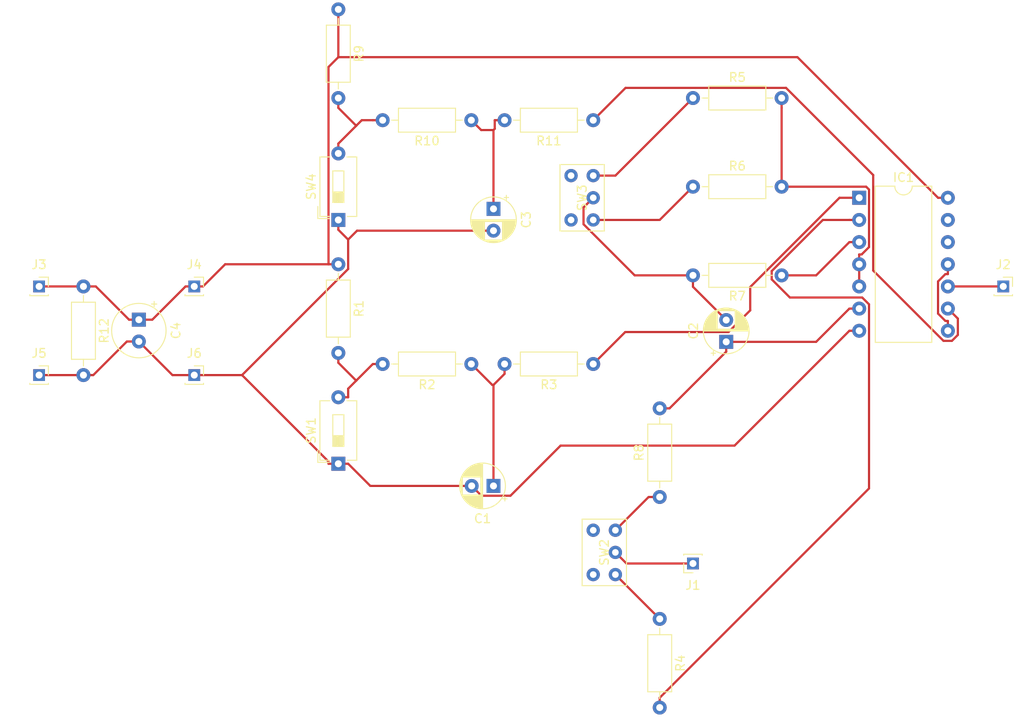
<source format=kicad_pcb>
(kicad_pcb (version 20171130) (host pcbnew "(5.1.5)-3")

  (general
    (thickness 1.6)
    (drawings 0)
    (tracks 135)
    (zones 0)
    (modules 27)
    (nets 21)
  )

  (page A4)
  (layers
    (0 F.Cu signal)
    (31 B.Cu signal)
    (32 B.Adhes user)
    (33 F.Adhes user)
    (34 B.Paste user)
    (35 F.Paste user)
    (36 B.SilkS user)
    (37 F.SilkS user)
    (38 B.Mask user)
    (39 F.Mask user)
    (40 Dwgs.User user)
    (41 Cmts.User user)
    (42 Eco1.User user)
    (43 Eco2.User user)
    (44 Edge.Cuts user)
    (45 Margin user)
    (46 B.CrtYd user)
    (47 F.CrtYd user)
    (48 B.Fab user)
    (49 F.Fab user)
  )

  (setup
    (last_trace_width 0.25)
    (trace_clearance 0.2)
    (zone_clearance 0.508)
    (zone_45_only no)
    (trace_min 0.2)
    (via_size 0.8)
    (via_drill 0.4)
    (via_min_size 0.4)
    (via_min_drill 0.3)
    (uvia_size 0.3)
    (uvia_drill 0.1)
    (uvias_allowed no)
    (uvia_min_size 0.2)
    (uvia_min_drill 0.1)
    (edge_width 0.05)
    (segment_width 0.2)
    (pcb_text_width 0.3)
    (pcb_text_size 1.5 1.5)
    (mod_edge_width 0.12)
    (mod_text_size 1 1)
    (mod_text_width 0.15)
    (pad_size 1.524 1.524)
    (pad_drill 0.762)
    (pad_to_mask_clearance 0.051)
    (solder_mask_min_width 0.25)
    (aux_axis_origin 0 0)
    (visible_elements 7FFFFFFF)
    (pcbplotparams
      (layerselection 0x010fc_ffffffff)
      (usegerberextensions false)
      (usegerberattributes false)
      (usegerberadvancedattributes false)
      (creategerberjobfile false)
      (excludeedgelayer true)
      (linewidth 0.100000)
      (plotframeref false)
      (viasonmask false)
      (mode 1)
      (useauxorigin false)
      (hpglpennumber 1)
      (hpglpenspeed 20)
      (hpglpendiameter 15.000000)
      (psnegative false)
      (psa4output false)
      (plotreference true)
      (plotvalue true)
      (plotinvisibletext false)
      (padsonsilk false)
      (subtractmaskfromsilk false)
      (outputformat 1)
      (mirror false)
      (drillshape 1)
      (scaleselection 1)
      (outputdirectory ""))
  )

  (net 0 "")
  (net 1 GND)
  (net 2 "Net-(C1-Pad1)")
  (net 3 "Net-(C2-Pad2)")
  (net 4 "Net-(C2-Pad1)")
  (net 5 "Net-(C3-Pad1)")
  (net 6 VCC)
  (net 7 "Net-(IC1-Pad4)")
  (net 8 "Net-(IC1-Pad11)")
  (net 9 "Net-(IC1-Pad10)")
  (net 10 "Net-(IC1-Pad3)")
  (net 11 "Net-(IC1-Pad9)")
  (net 12 "Net-(IC1-Pad2)")
  (net 13 "Net-(IC1-Pad1)")
  (net 14 "Net-(J1-Pad1)")
  (net 15 /ManualClock)
  (net 16 /Manual)
  (net 17 "Net-(R5-Pad1)")
  (net 18 "Net-(R6-Pad1)")
  (net 19 /Normal)
  (net 20 "Net-(R10-Pad2)")

  (net_class Default "これはデフォルトのネット クラスです。"
    (clearance 0.2)
    (trace_width 0.25)
    (via_dia 0.8)
    (via_drill 0.4)
    (uvia_dia 0.3)
    (uvia_drill 0.1)
    (add_net /Manual)
    (add_net /ManualClock)
    (add_net /Normal)
    (add_net GND)
    (add_net "Net-(C1-Pad1)")
    (add_net "Net-(C2-Pad1)")
    (add_net "Net-(C2-Pad2)")
    (add_net "Net-(C3-Pad1)")
    (add_net "Net-(IC1-Pad1)")
    (add_net "Net-(IC1-Pad10)")
    (add_net "Net-(IC1-Pad11)")
    (add_net "Net-(IC1-Pad2)")
    (add_net "Net-(IC1-Pad3)")
    (add_net "Net-(IC1-Pad4)")
    (add_net "Net-(IC1-Pad9)")
    (add_net "Net-(J1-Pad1)")
    (add_net "Net-(R10-Pad2)")
    (add_net "Net-(R5-Pad1)")
    (add_net "Net-(R6-Pad1)")
    (add_net VCC)
  )

  (module Button_Switch_THT:SW_DIP_SPSTx01_Slide_6.7x4.1mm_W7.62mm_P2.54mm_LowProfile (layer F.Cu) (tedit 5A4E1404) (tstamp 5E5E66C0)
    (at 83.82 118.11 90)
    (descr "1x-dip-switch SPST , Slide, row spacing 7.62 mm (300 mils), body size 6.7x4.1mm (see e.g. https://www.ctscorp.com/wp-content/uploads/209-210.pdf), LowProfile")
    (tags "DIP Switch SPST Slide 7.62mm 300mil LowProfile")
    (path /5E5F829F)
    (fp_text reference SW4 (at 3.81 -3.11 90) (layer F.SilkS)
      (effects (font (size 1 1) (thickness 0.15)))
    )
    (fp_text value "Push SW" (at 3.81 3.11 90) (layer F.Fab)
      (effects (font (size 1 1) (thickness 0.15)))
    )
    (fp_text user on (at 4.485 -1.3425 90) (layer F.Fab)
      (effects (font (size 0.6 0.6) (thickness 0.09)))
    )
    (fp_text user %R (at 6.39 0) (layer F.Fab)
      (effects (font (size 0.6 0.6) (thickness 0.09)))
    )
    (fp_line (start 8.7 -2.4) (end -1.1 -2.4) (layer F.CrtYd) (width 0.05))
    (fp_line (start 8.7 2.4) (end 8.7 -2.4) (layer F.CrtYd) (width 0.05))
    (fp_line (start -1.1 2.4) (end 8.7 2.4) (layer F.CrtYd) (width 0.05))
    (fp_line (start -1.1 -2.4) (end -1.1 2.4) (layer F.CrtYd) (width 0.05))
    (fp_line (start 3.206667 -0.635) (end 3.206667 0.635) (layer F.SilkS) (width 0.12))
    (fp_line (start 2 0.565) (end 3.206667 0.565) (layer F.SilkS) (width 0.12))
    (fp_line (start 2 0.445) (end 3.206667 0.445) (layer F.SilkS) (width 0.12))
    (fp_line (start 2 0.325) (end 3.206667 0.325) (layer F.SilkS) (width 0.12))
    (fp_line (start 2 0.205) (end 3.206667 0.205) (layer F.SilkS) (width 0.12))
    (fp_line (start 2 0.085) (end 3.206667 0.085) (layer F.SilkS) (width 0.12))
    (fp_line (start 2 -0.035) (end 3.206667 -0.035) (layer F.SilkS) (width 0.12))
    (fp_line (start 2 -0.155) (end 3.206667 -0.155) (layer F.SilkS) (width 0.12))
    (fp_line (start 2 -0.275) (end 3.206667 -0.275) (layer F.SilkS) (width 0.12))
    (fp_line (start 2 -0.395) (end 3.206667 -0.395) (layer F.SilkS) (width 0.12))
    (fp_line (start 2 -0.515) (end 3.206667 -0.515) (layer F.SilkS) (width 0.12))
    (fp_line (start 5.62 -0.635) (end 2 -0.635) (layer F.SilkS) (width 0.12))
    (fp_line (start 5.62 0.635) (end 5.62 -0.635) (layer F.SilkS) (width 0.12))
    (fp_line (start 2 0.635) (end 5.62 0.635) (layer F.SilkS) (width 0.12))
    (fp_line (start 2 -0.635) (end 2 0.635) (layer F.SilkS) (width 0.12))
    (fp_line (start 0.16 -2.35) (end 0.16 -1.04) (layer F.SilkS) (width 0.12))
    (fp_line (start 0.16 -2.35) (end 1.543 -2.35) (layer F.SilkS) (width 0.12))
    (fp_line (start 7.221 0.99) (end 7.221 2.11) (layer F.SilkS) (width 0.12))
    (fp_line (start 7.221 -2.11) (end 7.221 -0.99) (layer F.SilkS) (width 0.12))
    (fp_line (start 0.4 1.04) (end 0.4 2.11) (layer F.SilkS) (width 0.12))
    (fp_line (start 0.4 -2.11) (end 0.4 -1.04) (layer F.SilkS) (width 0.12))
    (fp_line (start 0.4 2.11) (end 7.221 2.11) (layer F.SilkS) (width 0.12))
    (fp_line (start 0.4 -2.11) (end 7.221 -2.11) (layer F.SilkS) (width 0.12))
    (fp_line (start 3.206667 -0.635) (end 3.206667 0.635) (layer F.Fab) (width 0.1))
    (fp_line (start 2 0.565) (end 3.206667 0.565) (layer F.Fab) (width 0.1))
    (fp_line (start 2 0.465) (end 3.206667 0.465) (layer F.Fab) (width 0.1))
    (fp_line (start 2 0.365) (end 3.206667 0.365) (layer F.Fab) (width 0.1))
    (fp_line (start 2 0.265) (end 3.206667 0.265) (layer F.Fab) (width 0.1))
    (fp_line (start 2 0.165) (end 3.206667 0.165) (layer F.Fab) (width 0.1))
    (fp_line (start 2 0.065) (end 3.206667 0.065) (layer F.Fab) (width 0.1))
    (fp_line (start 2 -0.035) (end 3.206667 -0.035) (layer F.Fab) (width 0.1))
    (fp_line (start 2 -0.135) (end 3.206667 -0.135) (layer F.Fab) (width 0.1))
    (fp_line (start 2 -0.235) (end 3.206667 -0.235) (layer F.Fab) (width 0.1))
    (fp_line (start 2 -0.335) (end 3.206667 -0.335) (layer F.Fab) (width 0.1))
    (fp_line (start 2 -0.435) (end 3.206667 -0.435) (layer F.Fab) (width 0.1))
    (fp_line (start 2 -0.535) (end 3.206667 -0.535) (layer F.Fab) (width 0.1))
    (fp_line (start 5.62 -0.635) (end 2 -0.635) (layer F.Fab) (width 0.1))
    (fp_line (start 5.62 0.635) (end 5.62 -0.635) (layer F.Fab) (width 0.1))
    (fp_line (start 2 0.635) (end 5.62 0.635) (layer F.Fab) (width 0.1))
    (fp_line (start 2 -0.635) (end 2 0.635) (layer F.Fab) (width 0.1))
    (fp_line (start 0.46 -1.05) (end 1.46 -2.05) (layer F.Fab) (width 0.1))
    (fp_line (start 0.46 2.05) (end 0.46 -1.05) (layer F.Fab) (width 0.1))
    (fp_line (start 7.16 2.05) (end 0.46 2.05) (layer F.Fab) (width 0.1))
    (fp_line (start 7.16 -2.05) (end 7.16 2.05) (layer F.Fab) (width 0.1))
    (fp_line (start 1.46 -2.05) (end 7.16 -2.05) (layer F.Fab) (width 0.1))
    (pad 2 thru_hole oval (at 7.62 0 90) (size 1.6 1.6) (drill 0.8) (layers *.Cu *.Mask)
      (net 20 "Net-(R10-Pad2)"))
    (pad 1 thru_hole rect (at 0 0 90) (size 1.6 1.6) (drill 0.8) (layers *.Cu *.Mask)
      (net 1 GND))
    (model ${KISYS3DMOD}/Button_Switch_THT.3dshapes/SW_DIP_SPSTx01_Slide_6.7x4.1mm_W7.62mm_P2.54mm_LowProfile.wrl
      (at (xyz 0 0 0))
      (scale (xyz 1 1 1))
      (rotate (xyz 0 0 90))
    )
  )

  (module myFootprint:SW_5pin (layer F.Cu) (tedit 5E313427) (tstamp 5E5E6687)
    (at 110.49 115.57 270)
    (path /5E5F82E6)
    (fp_text reference SW3 (at 0 -1.27 90) (layer F.SilkS)
      (effects (font (size 1 1) (thickness 0.15)))
    )
    (fp_text value SW (at 0 -5.08 90) (layer F.Fab)
      (effects (font (size 1 1) (thickness 0.15)))
    )
    (fp_line (start -3.81 1.27) (end -3.81 -3.81) (layer F.SilkS) (width 0.12))
    (fp_line (start 3.81 1.27) (end -3.81 1.27) (layer F.SilkS) (width 0.12))
    (fp_line (start 3.81 -3.81) (end 3.81 1.27) (layer F.SilkS) (width 0.12))
    (fp_line (start -3.81 -3.81) (end 3.81 -3.81) (layer F.SilkS) (width 0.12))
    (pad 5 thru_hole circle (at 2.54 0 270) (size 1.524 1.524) (drill 0.762) (layers *.Cu *.Mask))
    (pad 4 thru_hole circle (at -2.54 0 270) (size 1.524 1.524) (drill 0.762) (layers *.Cu *.Mask))
    (pad 3 thru_hole circle (at 2.54 -2.54 270) (size 1.524 1.524) (drill 0.762) (layers *.Cu *.Mask)
      (net 18 "Net-(R6-Pad1)"))
    (pad 2 thru_hole circle (at 0 -2.54 270) (size 1.524 1.524) (drill 0.762) (layers *.Cu *.Mask)
      (net 3 "Net-(C2-Pad2)"))
    (pad 1 thru_hole circle (at -2.54 -2.54 270) (size 1.524 1.524) (drill 0.762) (layers *.Cu *.Mask)
      (net 17 "Net-(R5-Pad1)"))
  )

  (module myFootprint:SW_5pin (layer F.Cu) (tedit 5E313427) (tstamp 5E5E667A)
    (at 113.03 156.21 270)
    (path /5E5F8325)
    (fp_text reference SW2 (at 0 -1.27 90) (layer F.SilkS)
      (effects (font (size 1 1) (thickness 0.15)))
    )
    (fp_text value SW (at 0 -5.08 90) (layer F.Fab)
      (effects (font (size 1 1) (thickness 0.15)))
    )
    (fp_line (start -3.81 1.27) (end -3.81 -3.81) (layer F.SilkS) (width 0.12))
    (fp_line (start 3.81 1.27) (end -3.81 1.27) (layer F.SilkS) (width 0.12))
    (fp_line (start 3.81 -3.81) (end 3.81 1.27) (layer F.SilkS) (width 0.12))
    (fp_line (start -3.81 -3.81) (end 3.81 -3.81) (layer F.SilkS) (width 0.12))
    (pad 5 thru_hole circle (at 2.54 0 270) (size 1.524 1.524) (drill 0.762) (layers *.Cu *.Mask))
    (pad 4 thru_hole circle (at -2.54 0 270) (size 1.524 1.524) (drill 0.762) (layers *.Cu *.Mask))
    (pad 3 thru_hole circle (at 2.54 -2.54 270) (size 1.524 1.524) (drill 0.762) (layers *.Cu *.Mask)
      (net 16 /Manual))
    (pad 2 thru_hole circle (at 0 -2.54 270) (size 1.524 1.524) (drill 0.762) (layers *.Cu *.Mask)
      (net 14 "Net-(J1-Pad1)"))
    (pad 1 thru_hole circle (at -2.54 -2.54 270) (size 1.524 1.524) (drill 0.762) (layers *.Cu *.Mask)
      (net 19 /Normal))
  )

  (module Button_Switch_THT:SW_DIP_SPSTx01_Slide_6.7x4.1mm_W7.62mm_P2.54mm_LowProfile (layer F.Cu) (tedit 5A4E1404) (tstamp 5E5E666D)
    (at 83.82 146.05 90)
    (descr "1x-dip-switch SPST , Slide, row spacing 7.62 mm (300 mils), body size 6.7x4.1mm (see e.g. https://www.ctscorp.com/wp-content/uploads/209-210.pdf), LowProfile")
    (tags "DIP Switch SPST Slide 7.62mm 300mil LowProfile")
    (path /5E5F825E)
    (fp_text reference SW1 (at 3.81 -3.11 90) (layer F.SilkS)
      (effects (font (size 1 1) (thickness 0.15)))
    )
    (fp_text value "Push SW" (at 3.81 3.11 90) (layer F.Fab)
      (effects (font (size 1 1) (thickness 0.15)))
    )
    (fp_text user on (at 4.485 -1.3425 90) (layer F.Fab)
      (effects (font (size 0.6 0.6) (thickness 0.09)))
    )
    (fp_text user %R (at 6.39 0) (layer F.Fab)
      (effects (font (size 0.6 0.6) (thickness 0.09)))
    )
    (fp_line (start 8.7 -2.4) (end -1.1 -2.4) (layer F.CrtYd) (width 0.05))
    (fp_line (start 8.7 2.4) (end 8.7 -2.4) (layer F.CrtYd) (width 0.05))
    (fp_line (start -1.1 2.4) (end 8.7 2.4) (layer F.CrtYd) (width 0.05))
    (fp_line (start -1.1 -2.4) (end -1.1 2.4) (layer F.CrtYd) (width 0.05))
    (fp_line (start 3.206667 -0.635) (end 3.206667 0.635) (layer F.SilkS) (width 0.12))
    (fp_line (start 2 0.565) (end 3.206667 0.565) (layer F.SilkS) (width 0.12))
    (fp_line (start 2 0.445) (end 3.206667 0.445) (layer F.SilkS) (width 0.12))
    (fp_line (start 2 0.325) (end 3.206667 0.325) (layer F.SilkS) (width 0.12))
    (fp_line (start 2 0.205) (end 3.206667 0.205) (layer F.SilkS) (width 0.12))
    (fp_line (start 2 0.085) (end 3.206667 0.085) (layer F.SilkS) (width 0.12))
    (fp_line (start 2 -0.035) (end 3.206667 -0.035) (layer F.SilkS) (width 0.12))
    (fp_line (start 2 -0.155) (end 3.206667 -0.155) (layer F.SilkS) (width 0.12))
    (fp_line (start 2 -0.275) (end 3.206667 -0.275) (layer F.SilkS) (width 0.12))
    (fp_line (start 2 -0.395) (end 3.206667 -0.395) (layer F.SilkS) (width 0.12))
    (fp_line (start 2 -0.515) (end 3.206667 -0.515) (layer F.SilkS) (width 0.12))
    (fp_line (start 5.62 -0.635) (end 2 -0.635) (layer F.SilkS) (width 0.12))
    (fp_line (start 5.62 0.635) (end 5.62 -0.635) (layer F.SilkS) (width 0.12))
    (fp_line (start 2 0.635) (end 5.62 0.635) (layer F.SilkS) (width 0.12))
    (fp_line (start 2 -0.635) (end 2 0.635) (layer F.SilkS) (width 0.12))
    (fp_line (start 0.16 -2.35) (end 0.16 -1.04) (layer F.SilkS) (width 0.12))
    (fp_line (start 0.16 -2.35) (end 1.543 -2.35) (layer F.SilkS) (width 0.12))
    (fp_line (start 7.221 0.99) (end 7.221 2.11) (layer F.SilkS) (width 0.12))
    (fp_line (start 7.221 -2.11) (end 7.221 -0.99) (layer F.SilkS) (width 0.12))
    (fp_line (start 0.4 1.04) (end 0.4 2.11) (layer F.SilkS) (width 0.12))
    (fp_line (start 0.4 -2.11) (end 0.4 -1.04) (layer F.SilkS) (width 0.12))
    (fp_line (start 0.4 2.11) (end 7.221 2.11) (layer F.SilkS) (width 0.12))
    (fp_line (start 0.4 -2.11) (end 7.221 -2.11) (layer F.SilkS) (width 0.12))
    (fp_line (start 3.206667 -0.635) (end 3.206667 0.635) (layer F.Fab) (width 0.1))
    (fp_line (start 2 0.565) (end 3.206667 0.565) (layer F.Fab) (width 0.1))
    (fp_line (start 2 0.465) (end 3.206667 0.465) (layer F.Fab) (width 0.1))
    (fp_line (start 2 0.365) (end 3.206667 0.365) (layer F.Fab) (width 0.1))
    (fp_line (start 2 0.265) (end 3.206667 0.265) (layer F.Fab) (width 0.1))
    (fp_line (start 2 0.165) (end 3.206667 0.165) (layer F.Fab) (width 0.1))
    (fp_line (start 2 0.065) (end 3.206667 0.065) (layer F.Fab) (width 0.1))
    (fp_line (start 2 -0.035) (end 3.206667 -0.035) (layer F.Fab) (width 0.1))
    (fp_line (start 2 -0.135) (end 3.206667 -0.135) (layer F.Fab) (width 0.1))
    (fp_line (start 2 -0.235) (end 3.206667 -0.235) (layer F.Fab) (width 0.1))
    (fp_line (start 2 -0.335) (end 3.206667 -0.335) (layer F.Fab) (width 0.1))
    (fp_line (start 2 -0.435) (end 3.206667 -0.435) (layer F.Fab) (width 0.1))
    (fp_line (start 2 -0.535) (end 3.206667 -0.535) (layer F.Fab) (width 0.1))
    (fp_line (start 5.62 -0.635) (end 2 -0.635) (layer F.Fab) (width 0.1))
    (fp_line (start 5.62 0.635) (end 5.62 -0.635) (layer F.Fab) (width 0.1))
    (fp_line (start 2 0.635) (end 5.62 0.635) (layer F.Fab) (width 0.1))
    (fp_line (start 2 -0.635) (end 2 0.635) (layer F.Fab) (width 0.1))
    (fp_line (start 0.46 -1.05) (end 1.46 -2.05) (layer F.Fab) (width 0.1))
    (fp_line (start 0.46 2.05) (end 0.46 -1.05) (layer F.Fab) (width 0.1))
    (fp_line (start 7.16 2.05) (end 0.46 2.05) (layer F.Fab) (width 0.1))
    (fp_line (start 7.16 -2.05) (end 7.16 2.05) (layer F.Fab) (width 0.1))
    (fp_line (start 1.46 -2.05) (end 7.16 -2.05) (layer F.Fab) (width 0.1))
    (pad 2 thru_hole oval (at 7.62 0 90) (size 1.6 1.6) (drill 0.8) (layers *.Cu *.Mask)
      (net 15 /ManualClock))
    (pad 1 thru_hole rect (at 0 0 90) (size 1.6 1.6) (drill 0.8) (layers *.Cu *.Mask)
      (net 1 GND))
    (model ${KISYS3DMOD}/Button_Switch_THT.3dshapes/SW_DIP_SPSTx01_Slide_6.7x4.1mm_W7.62mm_P2.54mm_LowProfile.wrl
      (at (xyz 0 0 0))
      (scale (xyz 1 1 1))
      (rotate (xyz 0 0 90))
    )
  )

  (module Resistor_THT:R_Axial_DIN0207_L6.3mm_D2.5mm_P10.16mm_Horizontal (layer F.Cu) (tedit 5AE5139B) (tstamp 5E5E6634)
    (at 54.61 125.73 270)
    (descr "Resistor, Axial_DIN0207 series, Axial, Horizontal, pin pitch=10.16mm, 0.25W = 1/4W, length*diameter=6.3*2.5mm^2, http://cdn-reichelt.de/documents/datenblatt/B400/1_4W%23YAG.pdf")
    (tags "Resistor Axial_DIN0207 series Axial Horizontal pin pitch 10.16mm 0.25W = 1/4W length 6.3mm diameter 2.5mm")
    (path /5E5F8341)
    (fp_text reference R12 (at 5.08 -2.37 90) (layer F.SilkS)
      (effects (font (size 1 1) (thickness 0.15)))
    )
    (fp_text value 1K (at 5.08 2.37 90) (layer F.Fab)
      (effects (font (size 1 1) (thickness 0.15)))
    )
    (fp_text user %R (at 5.08 0 90) (layer F.Fab)
      (effects (font (size 1 1) (thickness 0.15)))
    )
    (fp_line (start 11.21 -1.5) (end -1.05 -1.5) (layer F.CrtYd) (width 0.05))
    (fp_line (start 11.21 1.5) (end 11.21 -1.5) (layer F.CrtYd) (width 0.05))
    (fp_line (start -1.05 1.5) (end 11.21 1.5) (layer F.CrtYd) (width 0.05))
    (fp_line (start -1.05 -1.5) (end -1.05 1.5) (layer F.CrtYd) (width 0.05))
    (fp_line (start 9.12 0) (end 8.35 0) (layer F.SilkS) (width 0.12))
    (fp_line (start 1.04 0) (end 1.81 0) (layer F.SilkS) (width 0.12))
    (fp_line (start 8.35 -1.37) (end 1.81 -1.37) (layer F.SilkS) (width 0.12))
    (fp_line (start 8.35 1.37) (end 8.35 -1.37) (layer F.SilkS) (width 0.12))
    (fp_line (start 1.81 1.37) (end 8.35 1.37) (layer F.SilkS) (width 0.12))
    (fp_line (start 1.81 -1.37) (end 1.81 1.37) (layer F.SilkS) (width 0.12))
    (fp_line (start 10.16 0) (end 8.23 0) (layer F.Fab) (width 0.1))
    (fp_line (start 0 0) (end 1.93 0) (layer F.Fab) (width 0.1))
    (fp_line (start 8.23 -1.25) (end 1.93 -1.25) (layer F.Fab) (width 0.1))
    (fp_line (start 8.23 1.25) (end 8.23 -1.25) (layer F.Fab) (width 0.1))
    (fp_line (start 1.93 1.25) (end 8.23 1.25) (layer F.Fab) (width 0.1))
    (fp_line (start 1.93 -1.25) (end 1.93 1.25) (layer F.Fab) (width 0.1))
    (pad 2 thru_hole oval (at 10.16 0 270) (size 1.6 1.6) (drill 0.8) (layers *.Cu *.Mask)
      (net 1 GND))
    (pad 1 thru_hole circle (at 0 0 270) (size 1.6 1.6) (drill 0.8) (layers *.Cu *.Mask)
      (net 6 VCC))
    (model ${KISYS3DMOD}/Resistor_THT.3dshapes/R_Axial_DIN0207_L6.3mm_D2.5mm_P10.16mm_Horizontal.wrl
      (at (xyz 0 0 0))
      (scale (xyz 1 1 1))
      (rotate (xyz 0 0 0))
    )
  )

  (module Resistor_THT:R_Axial_DIN0207_L6.3mm_D2.5mm_P10.16mm_Horizontal (layer F.Cu) (tedit 5AE5139B) (tstamp 5E5E661D)
    (at 113.03 106.68 180)
    (descr "Resistor, Axial_DIN0207 series, Axial, Horizontal, pin pitch=10.16mm, 0.25W = 1/4W, length*diameter=6.3*2.5mm^2, http://cdn-reichelt.de/documents/datenblatt/B400/1_4W%23YAG.pdf")
    (tags "Resistor Axial_DIN0207 series Axial Horizontal pin pitch 10.16mm 0.25W = 1/4W length 6.3mm diameter 2.5mm")
    (path /5E5F82B8)
    (fp_text reference R11 (at 5.08 -2.37) (layer F.SilkS)
      (effects (font (size 1 1) (thickness 0.15)))
    )
    (fp_text value 100K (at 5.08 2.37) (layer F.Fab)
      (effects (font (size 1 1) (thickness 0.15)))
    )
    (fp_text user %R (at 5.08 0) (layer F.Fab)
      (effects (font (size 1 1) (thickness 0.15)))
    )
    (fp_line (start 11.21 -1.5) (end -1.05 -1.5) (layer F.CrtYd) (width 0.05))
    (fp_line (start 11.21 1.5) (end 11.21 -1.5) (layer F.CrtYd) (width 0.05))
    (fp_line (start -1.05 1.5) (end 11.21 1.5) (layer F.CrtYd) (width 0.05))
    (fp_line (start -1.05 -1.5) (end -1.05 1.5) (layer F.CrtYd) (width 0.05))
    (fp_line (start 9.12 0) (end 8.35 0) (layer F.SilkS) (width 0.12))
    (fp_line (start 1.04 0) (end 1.81 0) (layer F.SilkS) (width 0.12))
    (fp_line (start 8.35 -1.37) (end 1.81 -1.37) (layer F.SilkS) (width 0.12))
    (fp_line (start 8.35 1.37) (end 8.35 -1.37) (layer F.SilkS) (width 0.12))
    (fp_line (start 1.81 1.37) (end 8.35 1.37) (layer F.SilkS) (width 0.12))
    (fp_line (start 1.81 -1.37) (end 1.81 1.37) (layer F.SilkS) (width 0.12))
    (fp_line (start 10.16 0) (end 8.23 0) (layer F.Fab) (width 0.1))
    (fp_line (start 0 0) (end 1.93 0) (layer F.Fab) (width 0.1))
    (fp_line (start 8.23 -1.25) (end 1.93 -1.25) (layer F.Fab) (width 0.1))
    (fp_line (start 8.23 1.25) (end 8.23 -1.25) (layer F.Fab) (width 0.1))
    (fp_line (start 1.93 1.25) (end 8.23 1.25) (layer F.Fab) (width 0.1))
    (fp_line (start 1.93 -1.25) (end 1.93 1.25) (layer F.Fab) (width 0.1))
    (pad 2 thru_hole oval (at 10.16 0 180) (size 1.6 1.6) (drill 0.8) (layers *.Cu *.Mask)
      (net 5 "Net-(C3-Pad1)"))
    (pad 1 thru_hole circle (at 0 0 180) (size 1.6 1.6) (drill 0.8) (layers *.Cu *.Mask)
      (net 11 "Net-(IC1-Pad9)"))
    (model ${KISYS3DMOD}/Resistor_THT.3dshapes/R_Axial_DIN0207_L6.3mm_D2.5mm_P10.16mm_Horizontal.wrl
      (at (xyz 0 0 0))
      (scale (xyz 1 1 1))
      (rotate (xyz 0 0 0))
    )
  )

  (module Resistor_THT:R_Axial_DIN0207_L6.3mm_D2.5mm_P10.16mm_Horizontal (layer F.Cu) (tedit 5AE5139B) (tstamp 5E5E6606)
    (at 99.06 106.68 180)
    (descr "Resistor, Axial_DIN0207 series, Axial, Horizontal, pin pitch=10.16mm, 0.25W = 1/4W, length*diameter=6.3*2.5mm^2, http://cdn-reichelt.de/documents/datenblatt/B400/1_4W%23YAG.pdf")
    (tags "Resistor Axial_DIN0207 series Axial Horizontal pin pitch 10.16mm 0.25W = 1/4W length 6.3mm diameter 2.5mm")
    (path /5E5F82A6)
    (fp_text reference R10 (at 5.08 -2.37) (layer F.SilkS)
      (effects (font (size 1 1) (thickness 0.15)))
    )
    (fp_text value 100K (at 5.08 2.37) (layer F.Fab)
      (effects (font (size 1 1) (thickness 0.15)))
    )
    (fp_text user %R (at 5.08 0) (layer F.Fab)
      (effects (font (size 1 1) (thickness 0.15)))
    )
    (fp_line (start 11.21 -1.5) (end -1.05 -1.5) (layer F.CrtYd) (width 0.05))
    (fp_line (start 11.21 1.5) (end 11.21 -1.5) (layer F.CrtYd) (width 0.05))
    (fp_line (start -1.05 1.5) (end 11.21 1.5) (layer F.CrtYd) (width 0.05))
    (fp_line (start -1.05 -1.5) (end -1.05 1.5) (layer F.CrtYd) (width 0.05))
    (fp_line (start 9.12 0) (end 8.35 0) (layer F.SilkS) (width 0.12))
    (fp_line (start 1.04 0) (end 1.81 0) (layer F.SilkS) (width 0.12))
    (fp_line (start 8.35 -1.37) (end 1.81 -1.37) (layer F.SilkS) (width 0.12))
    (fp_line (start 8.35 1.37) (end 8.35 -1.37) (layer F.SilkS) (width 0.12))
    (fp_line (start 1.81 1.37) (end 8.35 1.37) (layer F.SilkS) (width 0.12))
    (fp_line (start 1.81 -1.37) (end 1.81 1.37) (layer F.SilkS) (width 0.12))
    (fp_line (start 10.16 0) (end 8.23 0) (layer F.Fab) (width 0.1))
    (fp_line (start 0 0) (end 1.93 0) (layer F.Fab) (width 0.1))
    (fp_line (start 8.23 -1.25) (end 1.93 -1.25) (layer F.Fab) (width 0.1))
    (fp_line (start 8.23 1.25) (end 8.23 -1.25) (layer F.Fab) (width 0.1))
    (fp_line (start 1.93 1.25) (end 8.23 1.25) (layer F.Fab) (width 0.1))
    (fp_line (start 1.93 -1.25) (end 1.93 1.25) (layer F.Fab) (width 0.1))
    (pad 2 thru_hole oval (at 10.16 0 180) (size 1.6 1.6) (drill 0.8) (layers *.Cu *.Mask)
      (net 20 "Net-(R10-Pad2)"))
    (pad 1 thru_hole circle (at 0 0 180) (size 1.6 1.6) (drill 0.8) (layers *.Cu *.Mask)
      (net 5 "Net-(C3-Pad1)"))
    (model ${KISYS3DMOD}/Resistor_THT.3dshapes/R_Axial_DIN0207_L6.3mm_D2.5mm_P10.16mm_Horizontal.wrl
      (at (xyz 0 0 0))
      (scale (xyz 1 1 1))
      (rotate (xyz 0 0 0))
    )
  )

  (module Resistor_THT:R_Axial_DIN0207_L6.3mm_D2.5mm_P10.16mm_Horizontal (layer F.Cu) (tedit 5AE5139B) (tstamp 5E5E65EF)
    (at 83.82 93.98 270)
    (descr "Resistor, Axial_DIN0207 series, Axial, Horizontal, pin pitch=10.16mm, 0.25W = 1/4W, length*diameter=6.3*2.5mm^2, http://cdn-reichelt.de/documents/datenblatt/B400/1_4W%23YAG.pdf")
    (tags "Resistor Axial_DIN0207 series Axial Horizontal pin pitch 10.16mm 0.25W = 1/4W length 6.3mm diameter 2.5mm")
    (path /5E5F8299)
    (fp_text reference R9 (at 5.08 -2.37 90) (layer F.SilkS)
      (effects (font (size 1 1) (thickness 0.15)))
    )
    (fp_text value 1K (at 5.08 2.37 90) (layer F.Fab)
      (effects (font (size 1 1) (thickness 0.15)))
    )
    (fp_text user %R (at 5.08 0 90) (layer F.Fab)
      (effects (font (size 1 1) (thickness 0.15)))
    )
    (fp_line (start 11.21 -1.5) (end -1.05 -1.5) (layer F.CrtYd) (width 0.05))
    (fp_line (start 11.21 1.5) (end 11.21 -1.5) (layer F.CrtYd) (width 0.05))
    (fp_line (start -1.05 1.5) (end 11.21 1.5) (layer F.CrtYd) (width 0.05))
    (fp_line (start -1.05 -1.5) (end -1.05 1.5) (layer F.CrtYd) (width 0.05))
    (fp_line (start 9.12 0) (end 8.35 0) (layer F.SilkS) (width 0.12))
    (fp_line (start 1.04 0) (end 1.81 0) (layer F.SilkS) (width 0.12))
    (fp_line (start 8.35 -1.37) (end 1.81 -1.37) (layer F.SilkS) (width 0.12))
    (fp_line (start 8.35 1.37) (end 8.35 -1.37) (layer F.SilkS) (width 0.12))
    (fp_line (start 1.81 1.37) (end 8.35 1.37) (layer F.SilkS) (width 0.12))
    (fp_line (start 1.81 -1.37) (end 1.81 1.37) (layer F.SilkS) (width 0.12))
    (fp_line (start 10.16 0) (end 8.23 0) (layer F.Fab) (width 0.1))
    (fp_line (start 0 0) (end 1.93 0) (layer F.Fab) (width 0.1))
    (fp_line (start 8.23 -1.25) (end 1.93 -1.25) (layer F.Fab) (width 0.1))
    (fp_line (start 8.23 1.25) (end 8.23 -1.25) (layer F.Fab) (width 0.1))
    (fp_line (start 1.93 1.25) (end 8.23 1.25) (layer F.Fab) (width 0.1))
    (fp_line (start 1.93 -1.25) (end 1.93 1.25) (layer F.Fab) (width 0.1))
    (pad 2 thru_hole oval (at 10.16 0 270) (size 1.6 1.6) (drill 0.8) (layers *.Cu *.Mask)
      (net 20 "Net-(R10-Pad2)"))
    (pad 1 thru_hole circle (at 0 0 270) (size 1.6 1.6) (drill 0.8) (layers *.Cu *.Mask)
      (net 6 VCC))
    (model ${KISYS3DMOD}/Resistor_THT.3dshapes/R_Axial_DIN0207_L6.3mm_D2.5mm_P10.16mm_Horizontal.wrl
      (at (xyz 0 0 0))
      (scale (xyz 1 1 1))
      (rotate (xyz 0 0 0))
    )
  )

  (module Resistor_THT:R_Axial_DIN0207_L6.3mm_D2.5mm_P10.16mm_Horizontal (layer F.Cu) (tedit 5AE5139B) (tstamp 5E5E65D8)
    (at 120.65 149.86 90)
    (descr "Resistor, Axial_DIN0207 series, Axial, Horizontal, pin pitch=10.16mm, 0.25W = 1/4W, length*diameter=6.3*2.5mm^2, http://cdn-reichelt.de/documents/datenblatt/B400/1_4W%23YAG.pdf")
    (tags "Resistor Axial_DIN0207 series Axial Horizontal pin pitch 10.16mm 0.25W = 1/4W length 6.3mm diameter 2.5mm")
    (path /5E5F8307)
    (fp_text reference R8 (at 5.08 -2.37 90) (layer F.SilkS)
      (effects (font (size 1 1) (thickness 0.15)))
    )
    (fp_text value 100 (at 5.08 2.37 90) (layer F.Fab)
      (effects (font (size 1 1) (thickness 0.15)))
    )
    (fp_text user %R (at 5.08 0 90) (layer F.Fab)
      (effects (font (size 1 1) (thickness 0.15)))
    )
    (fp_line (start 11.21 -1.5) (end -1.05 -1.5) (layer F.CrtYd) (width 0.05))
    (fp_line (start 11.21 1.5) (end 11.21 -1.5) (layer F.CrtYd) (width 0.05))
    (fp_line (start -1.05 1.5) (end 11.21 1.5) (layer F.CrtYd) (width 0.05))
    (fp_line (start -1.05 -1.5) (end -1.05 1.5) (layer F.CrtYd) (width 0.05))
    (fp_line (start 9.12 0) (end 8.35 0) (layer F.SilkS) (width 0.12))
    (fp_line (start 1.04 0) (end 1.81 0) (layer F.SilkS) (width 0.12))
    (fp_line (start 8.35 -1.37) (end 1.81 -1.37) (layer F.SilkS) (width 0.12))
    (fp_line (start 8.35 1.37) (end 8.35 -1.37) (layer F.SilkS) (width 0.12))
    (fp_line (start 1.81 1.37) (end 8.35 1.37) (layer F.SilkS) (width 0.12))
    (fp_line (start 1.81 -1.37) (end 1.81 1.37) (layer F.SilkS) (width 0.12))
    (fp_line (start 10.16 0) (end 8.23 0) (layer F.Fab) (width 0.1))
    (fp_line (start 0 0) (end 1.93 0) (layer F.Fab) (width 0.1))
    (fp_line (start 8.23 -1.25) (end 1.93 -1.25) (layer F.Fab) (width 0.1))
    (fp_line (start 8.23 1.25) (end 8.23 -1.25) (layer F.Fab) (width 0.1))
    (fp_line (start 1.93 1.25) (end 8.23 1.25) (layer F.Fab) (width 0.1))
    (fp_line (start 1.93 -1.25) (end 1.93 1.25) (layer F.Fab) (width 0.1))
    (pad 2 thru_hole oval (at 10.16 0 90) (size 1.6 1.6) (drill 0.8) (layers *.Cu *.Mask)
      (net 4 "Net-(C2-Pad1)"))
    (pad 1 thru_hole circle (at 0 0 90) (size 1.6 1.6) (drill 0.8) (layers *.Cu *.Mask)
      (net 19 /Normal))
    (model ${KISYS3DMOD}/Resistor_THT.3dshapes/R_Axial_DIN0207_L6.3mm_D2.5mm_P10.16mm_Horizontal.wrl
      (at (xyz 0 0 0))
      (scale (xyz 1 1 1))
      (rotate (xyz 0 0 0))
    )
  )

  (module Resistor_THT:R_Axial_DIN0207_L6.3mm_D2.5mm_P10.16mm_Horizontal (layer F.Cu) (tedit 5AE5139B) (tstamp 5E5E65C1)
    (at 134.62 124.46 180)
    (descr "Resistor, Axial_DIN0207 series, Axial, Horizontal, pin pitch=10.16mm, 0.25W = 1/4W, length*diameter=6.3*2.5mm^2, http://cdn-reichelt.de/documents/datenblatt/B400/1_4W%23YAG.pdf")
    (tags "Resistor Axial_DIN0207 series Axial Horizontal pin pitch 10.16mm 0.25W = 1/4W length 6.3mm diameter 2.5mm")
    (path /5E5F82CD)
    (fp_text reference R7 (at 5.08 -2.37) (layer F.SilkS)
      (effects (font (size 1 1) (thickness 0.15)))
    )
    (fp_text value 100K (at 5.08 2.37) (layer F.Fab)
      (effects (font (size 1 1) (thickness 0.15)))
    )
    (fp_text user %R (at 5.08 0) (layer F.Fab)
      (effects (font (size 1 1) (thickness 0.15)))
    )
    (fp_line (start 11.21 -1.5) (end -1.05 -1.5) (layer F.CrtYd) (width 0.05))
    (fp_line (start 11.21 1.5) (end 11.21 -1.5) (layer F.CrtYd) (width 0.05))
    (fp_line (start -1.05 1.5) (end 11.21 1.5) (layer F.CrtYd) (width 0.05))
    (fp_line (start -1.05 -1.5) (end -1.05 1.5) (layer F.CrtYd) (width 0.05))
    (fp_line (start 9.12 0) (end 8.35 0) (layer F.SilkS) (width 0.12))
    (fp_line (start 1.04 0) (end 1.81 0) (layer F.SilkS) (width 0.12))
    (fp_line (start 8.35 -1.37) (end 1.81 -1.37) (layer F.SilkS) (width 0.12))
    (fp_line (start 8.35 1.37) (end 8.35 -1.37) (layer F.SilkS) (width 0.12))
    (fp_line (start 1.81 1.37) (end 8.35 1.37) (layer F.SilkS) (width 0.12))
    (fp_line (start 1.81 -1.37) (end 1.81 1.37) (layer F.SilkS) (width 0.12))
    (fp_line (start 10.16 0) (end 8.23 0) (layer F.Fab) (width 0.1))
    (fp_line (start 0 0) (end 1.93 0) (layer F.Fab) (width 0.1))
    (fp_line (start 8.23 -1.25) (end 1.93 -1.25) (layer F.Fab) (width 0.1))
    (fp_line (start 8.23 1.25) (end 8.23 -1.25) (layer F.Fab) (width 0.1))
    (fp_line (start 1.93 1.25) (end 8.23 1.25) (layer F.Fab) (width 0.1))
    (fp_line (start 1.93 -1.25) (end 1.93 1.25) (layer F.Fab) (width 0.1))
    (pad 2 thru_hole oval (at 10.16 0 180) (size 1.6 1.6) (drill 0.8) (layers *.Cu *.Mask)
      (net 3 "Net-(C2-Pad2)"))
    (pad 1 thru_hole circle (at 0 0 180) (size 1.6 1.6) (drill 0.8) (layers *.Cu *.Mask)
      (net 10 "Net-(IC1-Pad3)"))
    (model ${KISYS3DMOD}/Resistor_THT.3dshapes/R_Axial_DIN0207_L6.3mm_D2.5mm_P10.16mm_Horizontal.wrl
      (at (xyz 0 0 0))
      (scale (xyz 1 1 1))
      (rotate (xyz 0 0 0))
    )
  )

  (module Resistor_THT:R_Axial_DIN0207_L6.3mm_D2.5mm_P10.16mm_Horizontal (layer F.Cu) (tedit 5AE5139B) (tstamp 5E5E65AA)
    (at 124.46 114.3)
    (descr "Resistor, Axial_DIN0207 series, Axial, Horizontal, pin pitch=10.16mm, 0.25W = 1/4W, length*diameter=6.3*2.5mm^2, http://cdn-reichelt.de/documents/datenblatt/B400/1_4W%23YAG.pdf")
    (tags "Resistor Axial_DIN0207 series Axial Horizontal pin pitch 10.16mm 0.25W = 1/4W length 6.3mm diameter 2.5mm")
    (path /5E5F82D5)
    (fp_text reference R6 (at 5.08 -2.37) (layer F.SilkS)
      (effects (font (size 1 1) (thickness 0.15)))
    )
    (fp_text value 33K (at 5.08 2.37) (layer F.Fab)
      (effects (font (size 1 1) (thickness 0.15)))
    )
    (fp_text user %R (at 5.08 0) (layer F.Fab)
      (effects (font (size 1 1) (thickness 0.15)))
    )
    (fp_line (start 11.21 -1.5) (end -1.05 -1.5) (layer F.CrtYd) (width 0.05))
    (fp_line (start 11.21 1.5) (end 11.21 -1.5) (layer F.CrtYd) (width 0.05))
    (fp_line (start -1.05 1.5) (end 11.21 1.5) (layer F.CrtYd) (width 0.05))
    (fp_line (start -1.05 -1.5) (end -1.05 1.5) (layer F.CrtYd) (width 0.05))
    (fp_line (start 9.12 0) (end 8.35 0) (layer F.SilkS) (width 0.12))
    (fp_line (start 1.04 0) (end 1.81 0) (layer F.SilkS) (width 0.12))
    (fp_line (start 8.35 -1.37) (end 1.81 -1.37) (layer F.SilkS) (width 0.12))
    (fp_line (start 8.35 1.37) (end 8.35 -1.37) (layer F.SilkS) (width 0.12))
    (fp_line (start 1.81 1.37) (end 8.35 1.37) (layer F.SilkS) (width 0.12))
    (fp_line (start 1.81 -1.37) (end 1.81 1.37) (layer F.SilkS) (width 0.12))
    (fp_line (start 10.16 0) (end 8.23 0) (layer F.Fab) (width 0.1))
    (fp_line (start 0 0) (end 1.93 0) (layer F.Fab) (width 0.1))
    (fp_line (start 8.23 -1.25) (end 1.93 -1.25) (layer F.Fab) (width 0.1))
    (fp_line (start 8.23 1.25) (end 8.23 -1.25) (layer F.Fab) (width 0.1))
    (fp_line (start 1.93 1.25) (end 8.23 1.25) (layer F.Fab) (width 0.1))
    (fp_line (start 1.93 -1.25) (end 1.93 1.25) (layer F.Fab) (width 0.1))
    (pad 2 thru_hole oval (at 10.16 0) (size 1.6 1.6) (drill 0.8) (layers *.Cu *.Mask)
      (net 7 "Net-(IC1-Pad4)"))
    (pad 1 thru_hole circle (at 0 0) (size 1.6 1.6) (drill 0.8) (layers *.Cu *.Mask)
      (net 18 "Net-(R6-Pad1)"))
    (model ${KISYS3DMOD}/Resistor_THT.3dshapes/R_Axial_DIN0207_L6.3mm_D2.5mm_P10.16mm_Horizontal.wrl
      (at (xyz 0 0 0))
      (scale (xyz 1 1 1))
      (rotate (xyz 0 0 0))
    )
  )

  (module Resistor_THT:R_Axial_DIN0207_L6.3mm_D2.5mm_P10.16mm_Horizontal (layer F.Cu) (tedit 5AE5139B) (tstamp 5E5E6593)
    (at 124.46 104.14)
    (descr "Resistor, Axial_DIN0207 series, Axial, Horizontal, pin pitch=10.16mm, 0.25W = 1/4W, length*diameter=6.3*2.5mm^2, http://cdn-reichelt.de/documents/datenblatt/B400/1_4W%23YAG.pdf")
    (tags "Resistor Axial_DIN0207 series Axial Horizontal pin pitch 10.16mm 0.25W = 1/4W length 6.3mm diameter 2.5mm")
    (path /5E5F82DB)
    (fp_text reference R5 (at 5.08 -2.37) (layer F.SilkS)
      (effects (font (size 1 1) (thickness 0.15)))
    )
    (fp_text value 3.3K (at 5.08 2.37) (layer F.Fab)
      (effects (font (size 1 1) (thickness 0.15)))
    )
    (fp_text user %R (at 5.08 0) (layer F.Fab)
      (effects (font (size 1 1) (thickness 0.15)))
    )
    (fp_line (start 11.21 -1.5) (end -1.05 -1.5) (layer F.CrtYd) (width 0.05))
    (fp_line (start 11.21 1.5) (end 11.21 -1.5) (layer F.CrtYd) (width 0.05))
    (fp_line (start -1.05 1.5) (end 11.21 1.5) (layer F.CrtYd) (width 0.05))
    (fp_line (start -1.05 -1.5) (end -1.05 1.5) (layer F.CrtYd) (width 0.05))
    (fp_line (start 9.12 0) (end 8.35 0) (layer F.SilkS) (width 0.12))
    (fp_line (start 1.04 0) (end 1.81 0) (layer F.SilkS) (width 0.12))
    (fp_line (start 8.35 -1.37) (end 1.81 -1.37) (layer F.SilkS) (width 0.12))
    (fp_line (start 8.35 1.37) (end 8.35 -1.37) (layer F.SilkS) (width 0.12))
    (fp_line (start 1.81 1.37) (end 8.35 1.37) (layer F.SilkS) (width 0.12))
    (fp_line (start 1.81 -1.37) (end 1.81 1.37) (layer F.SilkS) (width 0.12))
    (fp_line (start 10.16 0) (end 8.23 0) (layer F.Fab) (width 0.1))
    (fp_line (start 0 0) (end 1.93 0) (layer F.Fab) (width 0.1))
    (fp_line (start 8.23 -1.25) (end 1.93 -1.25) (layer F.Fab) (width 0.1))
    (fp_line (start 8.23 1.25) (end 8.23 -1.25) (layer F.Fab) (width 0.1))
    (fp_line (start 1.93 1.25) (end 8.23 1.25) (layer F.Fab) (width 0.1))
    (fp_line (start 1.93 -1.25) (end 1.93 1.25) (layer F.Fab) (width 0.1))
    (pad 2 thru_hole oval (at 10.16 0) (size 1.6 1.6) (drill 0.8) (layers *.Cu *.Mask)
      (net 7 "Net-(IC1-Pad4)"))
    (pad 1 thru_hole circle (at 0 0) (size 1.6 1.6) (drill 0.8) (layers *.Cu *.Mask)
      (net 17 "Net-(R5-Pad1)"))
    (model ${KISYS3DMOD}/Resistor_THT.3dshapes/R_Axial_DIN0207_L6.3mm_D2.5mm_P10.16mm_Horizontal.wrl
      (at (xyz 0 0 0))
      (scale (xyz 1 1 1))
      (rotate (xyz 0 0 0))
    )
  )

  (module Resistor_THT:R_Axial_DIN0207_L6.3mm_D2.5mm_P10.16mm_Horizontal (layer F.Cu) (tedit 5AE5139B) (tstamp 5E5E657C)
    (at 120.65 163.83 270)
    (descr "Resistor, Axial_DIN0207 series, Axial, Horizontal, pin pitch=10.16mm, 0.25W = 1/4W, length*diameter=6.3*2.5mm^2, http://cdn-reichelt.de/documents/datenblatt/B400/1_4W%23YAG.pdf")
    (tags "Resistor Axial_DIN0207 series Axial Horizontal pin pitch 10.16mm 0.25W = 1/4W length 6.3mm diameter 2.5mm")
    (path /5E5F830F)
    (fp_text reference R4 (at 5.08 -2.37 90) (layer F.SilkS)
      (effects (font (size 1 1) (thickness 0.15)))
    )
    (fp_text value 100 (at 5.08 2.37 90) (layer F.Fab)
      (effects (font (size 1 1) (thickness 0.15)))
    )
    (fp_text user %R (at 5.08 0 90) (layer F.Fab)
      (effects (font (size 1 1) (thickness 0.15)))
    )
    (fp_line (start 11.21 -1.5) (end -1.05 -1.5) (layer F.CrtYd) (width 0.05))
    (fp_line (start 11.21 1.5) (end 11.21 -1.5) (layer F.CrtYd) (width 0.05))
    (fp_line (start -1.05 1.5) (end 11.21 1.5) (layer F.CrtYd) (width 0.05))
    (fp_line (start -1.05 -1.5) (end -1.05 1.5) (layer F.CrtYd) (width 0.05))
    (fp_line (start 9.12 0) (end 8.35 0) (layer F.SilkS) (width 0.12))
    (fp_line (start 1.04 0) (end 1.81 0) (layer F.SilkS) (width 0.12))
    (fp_line (start 8.35 -1.37) (end 1.81 -1.37) (layer F.SilkS) (width 0.12))
    (fp_line (start 8.35 1.37) (end 8.35 -1.37) (layer F.SilkS) (width 0.12))
    (fp_line (start 1.81 1.37) (end 8.35 1.37) (layer F.SilkS) (width 0.12))
    (fp_line (start 1.81 -1.37) (end 1.81 1.37) (layer F.SilkS) (width 0.12))
    (fp_line (start 10.16 0) (end 8.23 0) (layer F.Fab) (width 0.1))
    (fp_line (start 0 0) (end 1.93 0) (layer F.Fab) (width 0.1))
    (fp_line (start 8.23 -1.25) (end 1.93 -1.25) (layer F.Fab) (width 0.1))
    (fp_line (start 8.23 1.25) (end 8.23 -1.25) (layer F.Fab) (width 0.1))
    (fp_line (start 1.93 1.25) (end 8.23 1.25) (layer F.Fab) (width 0.1))
    (fp_line (start 1.93 -1.25) (end 1.93 1.25) (layer F.Fab) (width 0.1))
    (pad 2 thru_hole oval (at 10.16 0 270) (size 1.6 1.6) (drill 0.8) (layers *.Cu *.Mask)
      (net 12 "Net-(IC1-Pad2)"))
    (pad 1 thru_hole circle (at 0 0 270) (size 1.6 1.6) (drill 0.8) (layers *.Cu *.Mask)
      (net 16 /Manual))
    (model ${KISYS3DMOD}/Resistor_THT.3dshapes/R_Axial_DIN0207_L6.3mm_D2.5mm_P10.16mm_Horizontal.wrl
      (at (xyz 0 0 0))
      (scale (xyz 1 1 1))
      (rotate (xyz 0 0 0))
    )
  )

  (module Resistor_THT:R_Axial_DIN0207_L6.3mm_D2.5mm_P10.16mm_Horizontal (layer F.Cu) (tedit 5AE5139B) (tstamp 5E5E6565)
    (at 113.03 134.62 180)
    (descr "Resistor, Axial_DIN0207 series, Axial, Horizontal, pin pitch=10.16mm, 0.25W = 1/4W, length*diameter=6.3*2.5mm^2, http://cdn-reichelt.de/documents/datenblatt/B400/1_4W%23YAG.pdf")
    (tags "Resistor Axial_DIN0207 series Axial Horizontal pin pitch 10.16mm 0.25W = 1/4W length 6.3mm diameter 2.5mm")
    (path /5E5F8282)
    (fp_text reference R3 (at 5.08 -2.37) (layer F.SilkS)
      (effects (font (size 1 1) (thickness 0.15)))
    )
    (fp_text value 100K (at 5.08 2.37) (layer F.Fab)
      (effects (font (size 1 1) (thickness 0.15)))
    )
    (fp_text user %R (at 5.08 0) (layer F.Fab)
      (effects (font (size 1 1) (thickness 0.15)))
    )
    (fp_line (start 11.21 -1.5) (end -1.05 -1.5) (layer F.CrtYd) (width 0.05))
    (fp_line (start 11.21 1.5) (end 11.21 -1.5) (layer F.CrtYd) (width 0.05))
    (fp_line (start -1.05 1.5) (end 11.21 1.5) (layer F.CrtYd) (width 0.05))
    (fp_line (start -1.05 -1.5) (end -1.05 1.5) (layer F.CrtYd) (width 0.05))
    (fp_line (start 9.12 0) (end 8.35 0) (layer F.SilkS) (width 0.12))
    (fp_line (start 1.04 0) (end 1.81 0) (layer F.SilkS) (width 0.12))
    (fp_line (start 8.35 -1.37) (end 1.81 -1.37) (layer F.SilkS) (width 0.12))
    (fp_line (start 8.35 1.37) (end 8.35 -1.37) (layer F.SilkS) (width 0.12))
    (fp_line (start 1.81 1.37) (end 8.35 1.37) (layer F.SilkS) (width 0.12))
    (fp_line (start 1.81 -1.37) (end 1.81 1.37) (layer F.SilkS) (width 0.12))
    (fp_line (start 10.16 0) (end 8.23 0) (layer F.Fab) (width 0.1))
    (fp_line (start 0 0) (end 1.93 0) (layer F.Fab) (width 0.1))
    (fp_line (start 8.23 -1.25) (end 1.93 -1.25) (layer F.Fab) (width 0.1))
    (fp_line (start 8.23 1.25) (end 8.23 -1.25) (layer F.Fab) (width 0.1))
    (fp_line (start 1.93 1.25) (end 8.23 1.25) (layer F.Fab) (width 0.1))
    (fp_line (start 1.93 -1.25) (end 1.93 1.25) (layer F.Fab) (width 0.1))
    (pad 2 thru_hole oval (at 10.16 0 180) (size 1.6 1.6) (drill 0.8) (layers *.Cu *.Mask)
      (net 2 "Net-(C1-Pad1)"))
    (pad 1 thru_hole circle (at 0 0 180) (size 1.6 1.6) (drill 0.8) (layers *.Cu *.Mask)
      (net 13 "Net-(IC1-Pad1)"))
    (model ${KISYS3DMOD}/Resistor_THT.3dshapes/R_Axial_DIN0207_L6.3mm_D2.5mm_P10.16mm_Horizontal.wrl
      (at (xyz 0 0 0))
      (scale (xyz 1 1 1))
      (rotate (xyz 0 0 0))
    )
  )

  (module Resistor_THT:R_Axial_DIN0207_L6.3mm_D2.5mm_P10.16mm_Horizontal (layer F.Cu) (tedit 5AE5139B) (tstamp 5E5E654E)
    (at 99.06 134.62 180)
    (descr "Resistor, Axial_DIN0207 series, Axial, Horizontal, pin pitch=10.16mm, 0.25W = 1/4W, length*diameter=6.3*2.5mm^2, http://cdn-reichelt.de/documents/datenblatt/B400/1_4W%23YAG.pdf")
    (tags "Resistor Axial_DIN0207 series Axial Horizontal pin pitch 10.16mm 0.25W = 1/4W length 6.3mm diameter 2.5mm")
    (path /5E5F8265)
    (fp_text reference R2 (at 5.08 -2.37) (layer F.SilkS)
      (effects (font (size 1 1) (thickness 0.15)))
    )
    (fp_text value 10K (at 5.08 2.37) (layer F.Fab)
      (effects (font (size 1 1) (thickness 0.15)))
    )
    (fp_text user %R (at 5.08 0) (layer F.Fab)
      (effects (font (size 1 1) (thickness 0.15)))
    )
    (fp_line (start 11.21 -1.5) (end -1.05 -1.5) (layer F.CrtYd) (width 0.05))
    (fp_line (start 11.21 1.5) (end 11.21 -1.5) (layer F.CrtYd) (width 0.05))
    (fp_line (start -1.05 1.5) (end 11.21 1.5) (layer F.CrtYd) (width 0.05))
    (fp_line (start -1.05 -1.5) (end -1.05 1.5) (layer F.CrtYd) (width 0.05))
    (fp_line (start 9.12 0) (end 8.35 0) (layer F.SilkS) (width 0.12))
    (fp_line (start 1.04 0) (end 1.81 0) (layer F.SilkS) (width 0.12))
    (fp_line (start 8.35 -1.37) (end 1.81 -1.37) (layer F.SilkS) (width 0.12))
    (fp_line (start 8.35 1.37) (end 8.35 -1.37) (layer F.SilkS) (width 0.12))
    (fp_line (start 1.81 1.37) (end 8.35 1.37) (layer F.SilkS) (width 0.12))
    (fp_line (start 1.81 -1.37) (end 1.81 1.37) (layer F.SilkS) (width 0.12))
    (fp_line (start 10.16 0) (end 8.23 0) (layer F.Fab) (width 0.1))
    (fp_line (start 0 0) (end 1.93 0) (layer F.Fab) (width 0.1))
    (fp_line (start 8.23 -1.25) (end 1.93 -1.25) (layer F.Fab) (width 0.1))
    (fp_line (start 8.23 1.25) (end 8.23 -1.25) (layer F.Fab) (width 0.1))
    (fp_line (start 1.93 1.25) (end 8.23 1.25) (layer F.Fab) (width 0.1))
    (fp_line (start 1.93 -1.25) (end 1.93 1.25) (layer F.Fab) (width 0.1))
    (pad 2 thru_hole oval (at 10.16 0 180) (size 1.6 1.6) (drill 0.8) (layers *.Cu *.Mask)
      (net 15 /ManualClock))
    (pad 1 thru_hole circle (at 0 0 180) (size 1.6 1.6) (drill 0.8) (layers *.Cu *.Mask)
      (net 2 "Net-(C1-Pad1)"))
    (model ${KISYS3DMOD}/Resistor_THT.3dshapes/R_Axial_DIN0207_L6.3mm_D2.5mm_P10.16mm_Horizontal.wrl
      (at (xyz 0 0 0))
      (scale (xyz 1 1 1))
      (rotate (xyz 0 0 0))
    )
  )

  (module Resistor_THT:R_Axial_DIN0207_L6.3mm_D2.5mm_P10.16mm_Horizontal (layer F.Cu) (tedit 5AE5139B) (tstamp 5E5E6537)
    (at 83.82 123.19 270)
    (descr "Resistor, Axial_DIN0207 series, Axial, Horizontal, pin pitch=10.16mm, 0.25W = 1/4W, length*diameter=6.3*2.5mm^2, http://cdn-reichelt.de/documents/datenblatt/B400/1_4W%23YAG.pdf")
    (tags "Resistor Axial_DIN0207 series Axial Horizontal pin pitch 10.16mm 0.25W = 1/4W length 6.3mm diameter 2.5mm")
    (path /5E5F8257)
    (fp_text reference R1 (at 5.08 -2.37 90) (layer F.SilkS)
      (effects (font (size 1 1) (thickness 0.15)))
    )
    (fp_text value 1K (at 5.08 2.37 90) (layer F.Fab)
      (effects (font (size 1 1) (thickness 0.15)))
    )
    (fp_text user %R (at 5.08 0 90) (layer F.Fab)
      (effects (font (size 1 1) (thickness 0.15)))
    )
    (fp_line (start 11.21 -1.5) (end -1.05 -1.5) (layer F.CrtYd) (width 0.05))
    (fp_line (start 11.21 1.5) (end 11.21 -1.5) (layer F.CrtYd) (width 0.05))
    (fp_line (start -1.05 1.5) (end 11.21 1.5) (layer F.CrtYd) (width 0.05))
    (fp_line (start -1.05 -1.5) (end -1.05 1.5) (layer F.CrtYd) (width 0.05))
    (fp_line (start 9.12 0) (end 8.35 0) (layer F.SilkS) (width 0.12))
    (fp_line (start 1.04 0) (end 1.81 0) (layer F.SilkS) (width 0.12))
    (fp_line (start 8.35 -1.37) (end 1.81 -1.37) (layer F.SilkS) (width 0.12))
    (fp_line (start 8.35 1.37) (end 8.35 -1.37) (layer F.SilkS) (width 0.12))
    (fp_line (start 1.81 1.37) (end 8.35 1.37) (layer F.SilkS) (width 0.12))
    (fp_line (start 1.81 -1.37) (end 1.81 1.37) (layer F.SilkS) (width 0.12))
    (fp_line (start 10.16 0) (end 8.23 0) (layer F.Fab) (width 0.1))
    (fp_line (start 0 0) (end 1.93 0) (layer F.Fab) (width 0.1))
    (fp_line (start 8.23 -1.25) (end 1.93 -1.25) (layer F.Fab) (width 0.1))
    (fp_line (start 8.23 1.25) (end 8.23 -1.25) (layer F.Fab) (width 0.1))
    (fp_line (start 1.93 1.25) (end 8.23 1.25) (layer F.Fab) (width 0.1))
    (fp_line (start 1.93 -1.25) (end 1.93 1.25) (layer F.Fab) (width 0.1))
    (pad 2 thru_hole oval (at 10.16 0 270) (size 1.6 1.6) (drill 0.8) (layers *.Cu *.Mask)
      (net 15 /ManualClock))
    (pad 1 thru_hole circle (at 0 0 270) (size 1.6 1.6) (drill 0.8) (layers *.Cu *.Mask)
      (net 6 VCC))
    (model ${KISYS3DMOD}/Resistor_THT.3dshapes/R_Axial_DIN0207_L6.3mm_D2.5mm_P10.16mm_Horizontal.wrl
      (at (xyz 0 0 0))
      (scale (xyz 1 1 1))
      (rotate (xyz 0 0 0))
    )
  )

  (module Connector_PinSocket_2.00mm:PinSocket_1x01_P2.00mm_Vertical (layer F.Cu) (tedit 5A19A430) (tstamp 5E5E6520)
    (at 67.31 135.89)
    (descr "Through hole straight socket strip, 1x01, 2.00mm pitch, single row (from Kicad 4.0.7), script generated")
    (tags "Through hole socket strip THT 1x01 2.00mm single row")
    (path /5E5F8363)
    (fp_text reference J6 (at 0 -2.5) (layer F.SilkS)
      (effects (font (size 1 1) (thickness 0.15)))
    )
    (fp_text value minus_pole (at 0 2.5) (layer F.Fab)
      (effects (font (size 1 1) (thickness 0.15)))
    )
    (fp_text user %R (at 0 0) (layer F.Fab)
      (effects (font (size 1 1) (thickness 0.15)))
    )
    (fp_line (start -1.5 1.5) (end -1.5 -1.5) (layer F.CrtYd) (width 0.05))
    (fp_line (start 1.5 1.5) (end -1.5 1.5) (layer F.CrtYd) (width 0.05))
    (fp_line (start 1.5 -1.5) (end 1.5 1.5) (layer F.CrtYd) (width 0.05))
    (fp_line (start -1.5 -1.5) (end 1.5 -1.5) (layer F.CrtYd) (width 0.05))
    (fp_line (start 0 -1.06) (end 1.06 -1.06) (layer F.SilkS) (width 0.12))
    (fp_line (start 1.06 -1.06) (end 1.06 0) (layer F.SilkS) (width 0.12))
    (fp_line (start 1.06 0.94) (end 1.06 1.06) (layer F.SilkS) (width 0.12))
    (fp_line (start -1.06 0.94) (end -1.06 1.06) (layer F.SilkS) (width 0.12))
    (fp_line (start -1.06 1.06) (end 1.06 1.06) (layer F.SilkS) (width 0.12))
    (fp_line (start -1 1) (end -1 -1) (layer F.Fab) (width 0.1))
    (fp_line (start 1 1) (end -1 1) (layer F.Fab) (width 0.1))
    (fp_line (start 1 -0.5) (end 1 1) (layer F.Fab) (width 0.1))
    (fp_line (start 0.5 -1) (end 1 -0.5) (layer F.Fab) (width 0.1))
    (fp_line (start -1 -1) (end 0.5 -1) (layer F.Fab) (width 0.1))
    (pad 1 thru_hole rect (at 0 0) (size 1.35 1.35) (drill 0.8) (layers *.Cu *.Mask)
      (net 1 GND))
    (model ${KISYS3DMOD}/Connector_PinSocket_2.00mm.3dshapes/PinSocket_1x01_P2.00mm_Vertical.wrl
      (at (xyz 0 0 0))
      (scale (xyz 1 1 1))
      (rotate (xyz 0 0 0))
    )
  )

  (module Connector_PinSocket_2.00mm:PinSocket_1x01_P2.00mm_Vertical (layer F.Cu) (tedit 5A19A430) (tstamp 5E5E650C)
    (at 49.53 135.89)
    (descr "Through hole straight socket strip, 1x01, 2.00mm pitch, single row (from Kicad 4.0.7), script generated")
    (tags "Through hole socket strip THT 1x01 2.00mm single row")
    (path /5E6039CB)
    (fp_text reference J5 (at 0 -2.5) (layer F.SilkS)
      (effects (font (size 1 1) (thickness 0.15)))
    )
    (fp_text value GNDSOCKET (at 0 2.5) (layer F.Fab)
      (effects (font (size 1 1) (thickness 0.15)))
    )
    (fp_text user %R (at 0 0) (layer F.Fab)
      (effects (font (size 1 1) (thickness 0.15)))
    )
    (fp_line (start -1.5 1.5) (end -1.5 -1.5) (layer F.CrtYd) (width 0.05))
    (fp_line (start 1.5 1.5) (end -1.5 1.5) (layer F.CrtYd) (width 0.05))
    (fp_line (start 1.5 -1.5) (end 1.5 1.5) (layer F.CrtYd) (width 0.05))
    (fp_line (start -1.5 -1.5) (end 1.5 -1.5) (layer F.CrtYd) (width 0.05))
    (fp_line (start 0 -1.06) (end 1.06 -1.06) (layer F.SilkS) (width 0.12))
    (fp_line (start 1.06 -1.06) (end 1.06 0) (layer F.SilkS) (width 0.12))
    (fp_line (start 1.06 0.94) (end 1.06 1.06) (layer F.SilkS) (width 0.12))
    (fp_line (start -1.06 0.94) (end -1.06 1.06) (layer F.SilkS) (width 0.12))
    (fp_line (start -1.06 1.06) (end 1.06 1.06) (layer F.SilkS) (width 0.12))
    (fp_line (start -1 1) (end -1 -1) (layer F.Fab) (width 0.1))
    (fp_line (start 1 1) (end -1 1) (layer F.Fab) (width 0.1))
    (fp_line (start 1 -0.5) (end 1 1) (layer F.Fab) (width 0.1))
    (fp_line (start 0.5 -1) (end 1 -0.5) (layer F.Fab) (width 0.1))
    (fp_line (start -1 -1) (end 0.5 -1) (layer F.Fab) (width 0.1))
    (pad 1 thru_hole rect (at 0 0) (size 1.35 1.35) (drill 0.8) (layers *.Cu *.Mask)
      (net 1 GND))
    (model ${KISYS3DMOD}/Connector_PinSocket_2.00mm.3dshapes/PinSocket_1x01_P2.00mm_Vertical.wrl
      (at (xyz 0 0 0))
      (scale (xyz 1 1 1))
      (rotate (xyz 0 0 0))
    )
  )

  (module Connector_PinSocket_2.00mm:PinSocket_1x01_P2.00mm_Vertical (layer F.Cu) (tedit 5A19A430) (tstamp 5E5E64F8)
    (at 67.31 125.73)
    (descr "Through hole straight socket strip, 1x01, 2.00mm pitch, single row (from Kicad 4.0.7), script generated")
    (tags "Through hole socket strip THT 1x01 2.00mm single row")
    (path /5E5F835A)
    (fp_text reference J4 (at 0 -2.5) (layer F.SilkS)
      (effects (font (size 1 1) (thickness 0.15)))
    )
    (fp_text value " plus_pole" (at 0 2.5) (layer F.Fab)
      (effects (font (size 1 1) (thickness 0.15)))
    )
    (fp_text user %R (at 0 0) (layer F.Fab)
      (effects (font (size 1 1) (thickness 0.15)))
    )
    (fp_line (start -1.5 1.5) (end -1.5 -1.5) (layer F.CrtYd) (width 0.05))
    (fp_line (start 1.5 1.5) (end -1.5 1.5) (layer F.CrtYd) (width 0.05))
    (fp_line (start 1.5 -1.5) (end 1.5 1.5) (layer F.CrtYd) (width 0.05))
    (fp_line (start -1.5 -1.5) (end 1.5 -1.5) (layer F.CrtYd) (width 0.05))
    (fp_line (start 0 -1.06) (end 1.06 -1.06) (layer F.SilkS) (width 0.12))
    (fp_line (start 1.06 -1.06) (end 1.06 0) (layer F.SilkS) (width 0.12))
    (fp_line (start 1.06 0.94) (end 1.06 1.06) (layer F.SilkS) (width 0.12))
    (fp_line (start -1.06 0.94) (end -1.06 1.06) (layer F.SilkS) (width 0.12))
    (fp_line (start -1.06 1.06) (end 1.06 1.06) (layer F.SilkS) (width 0.12))
    (fp_line (start -1 1) (end -1 -1) (layer F.Fab) (width 0.1))
    (fp_line (start 1 1) (end -1 1) (layer F.Fab) (width 0.1))
    (fp_line (start 1 -0.5) (end 1 1) (layer F.Fab) (width 0.1))
    (fp_line (start 0.5 -1) (end 1 -0.5) (layer F.Fab) (width 0.1))
    (fp_line (start -1 -1) (end 0.5 -1) (layer F.Fab) (width 0.1))
    (pad 1 thru_hole rect (at 0 0) (size 1.35 1.35) (drill 0.8) (layers *.Cu *.Mask)
      (net 6 VCC))
    (model ${KISYS3DMOD}/Connector_PinSocket_2.00mm.3dshapes/PinSocket_1x01_P2.00mm_Vertical.wrl
      (at (xyz 0 0 0))
      (scale (xyz 1 1 1))
      (rotate (xyz 0 0 0))
    )
  )

  (module Connector_PinSocket_2.00mm:PinSocket_1x01_P2.00mm_Vertical (layer F.Cu) (tedit 5A19A430) (tstamp 5E5E64E4)
    (at 49.53 125.73)
    (descr "Through hole straight socket strip, 1x01, 2.00mm pitch, single row (from Kicad 4.0.7), script generated")
    (tags "Through hole socket strip THT 1x01 2.00mm single row")
    (path /5E6031F2)
    (fp_text reference J3 (at 0 -2.5) (layer F.SilkS)
      (effects (font (size 1 1) (thickness 0.15)))
    )
    (fp_text value VCCSOCKET (at 0 2.5) (layer F.Fab)
      (effects (font (size 1 1) (thickness 0.15)))
    )
    (fp_text user %R (at 0 0) (layer F.Fab)
      (effects (font (size 1 1) (thickness 0.15)))
    )
    (fp_line (start -1.5 1.5) (end -1.5 -1.5) (layer F.CrtYd) (width 0.05))
    (fp_line (start 1.5 1.5) (end -1.5 1.5) (layer F.CrtYd) (width 0.05))
    (fp_line (start 1.5 -1.5) (end 1.5 1.5) (layer F.CrtYd) (width 0.05))
    (fp_line (start -1.5 -1.5) (end 1.5 -1.5) (layer F.CrtYd) (width 0.05))
    (fp_line (start 0 -1.06) (end 1.06 -1.06) (layer F.SilkS) (width 0.12))
    (fp_line (start 1.06 -1.06) (end 1.06 0) (layer F.SilkS) (width 0.12))
    (fp_line (start 1.06 0.94) (end 1.06 1.06) (layer F.SilkS) (width 0.12))
    (fp_line (start -1.06 0.94) (end -1.06 1.06) (layer F.SilkS) (width 0.12))
    (fp_line (start -1.06 1.06) (end 1.06 1.06) (layer F.SilkS) (width 0.12))
    (fp_line (start -1 1) (end -1 -1) (layer F.Fab) (width 0.1))
    (fp_line (start 1 1) (end -1 1) (layer F.Fab) (width 0.1))
    (fp_line (start 1 -0.5) (end 1 1) (layer F.Fab) (width 0.1))
    (fp_line (start 0.5 -1) (end 1 -0.5) (layer F.Fab) (width 0.1))
    (fp_line (start -1 -1) (end 0.5 -1) (layer F.Fab) (width 0.1))
    (pad 1 thru_hole rect (at 0 0) (size 1.35 1.35) (drill 0.8) (layers *.Cu *.Mask)
      (net 6 VCC))
    (model ${KISYS3DMOD}/Connector_PinSocket_2.00mm.3dshapes/PinSocket_1x01_P2.00mm_Vertical.wrl
      (at (xyz 0 0 0))
      (scale (xyz 1 1 1))
      (rotate (xyz 0 0 0))
    )
  )

  (module Connector_PinSocket_2.00mm:PinSocket_1x01_P2.00mm_Vertical (layer F.Cu) (tedit 5A19A430) (tstamp 5E5E64D0)
    (at 160.02 125.73)
    (descr "Through hole straight socket strip, 1x01, 2.00mm pitch, single row (from Kicad 4.0.7), script generated")
    (tags "Through hole socket strip THT 1x01 2.00mm single row")
    (path /5E6003BE)
    (fp_text reference J2 (at 0 -2.5) (layer F.SilkS)
      (effects (font (size 1 1) (thickness 0.15)))
    )
    (fp_text value RESET (at 0 2.5) (layer F.Fab)
      (effects (font (size 1 1) (thickness 0.15)))
    )
    (fp_text user %R (at 0 0) (layer F.Fab)
      (effects (font (size 1 1) (thickness 0.15)))
    )
    (fp_line (start -1.5 1.5) (end -1.5 -1.5) (layer F.CrtYd) (width 0.05))
    (fp_line (start 1.5 1.5) (end -1.5 1.5) (layer F.CrtYd) (width 0.05))
    (fp_line (start 1.5 -1.5) (end 1.5 1.5) (layer F.CrtYd) (width 0.05))
    (fp_line (start -1.5 -1.5) (end 1.5 -1.5) (layer F.CrtYd) (width 0.05))
    (fp_line (start 0 -1.06) (end 1.06 -1.06) (layer F.SilkS) (width 0.12))
    (fp_line (start 1.06 -1.06) (end 1.06 0) (layer F.SilkS) (width 0.12))
    (fp_line (start 1.06 0.94) (end 1.06 1.06) (layer F.SilkS) (width 0.12))
    (fp_line (start -1.06 0.94) (end -1.06 1.06) (layer F.SilkS) (width 0.12))
    (fp_line (start -1.06 1.06) (end 1.06 1.06) (layer F.SilkS) (width 0.12))
    (fp_line (start -1 1) (end -1 -1) (layer F.Fab) (width 0.1))
    (fp_line (start 1 1) (end -1 1) (layer F.Fab) (width 0.1))
    (fp_line (start 1 -0.5) (end 1 1) (layer F.Fab) (width 0.1))
    (fp_line (start 0.5 -1) (end 1 -0.5) (layer F.Fab) (width 0.1))
    (fp_line (start -1 -1) (end 0.5 -1) (layer F.Fab) (width 0.1))
    (pad 1 thru_hole rect (at 0 0) (size 1.35 1.35) (drill 0.8) (layers *.Cu *.Mask)
      (net 9 "Net-(IC1-Pad10)"))
    (model ${KISYS3DMOD}/Connector_PinSocket_2.00mm.3dshapes/PinSocket_1x01_P2.00mm_Vertical.wrl
      (at (xyz 0 0 0))
      (scale (xyz 1 1 1))
      (rotate (xyz 0 0 0))
    )
  )

  (module Connector_PinSocket_2.00mm:PinSocket_1x01_P2.00mm_Vertical (layer F.Cu) (tedit 5A19A430) (tstamp 5E5E64BC)
    (at 124.46 157.48 180)
    (descr "Through hole straight socket strip, 1x01, 2.00mm pitch, single row (from Kicad 4.0.7), script generated")
    (tags "Through hole socket strip THT 1x01 2.00mm single row")
    (path /5E5FFB2E)
    (fp_text reference J1 (at 0 -2.5) (layer F.SilkS)
      (effects (font (size 1 1) (thickness 0.15)))
    )
    (fp_text value CLOCK (at 0 2.5) (layer F.Fab)
      (effects (font (size 1 1) (thickness 0.15)))
    )
    (fp_text user %R (at 0 0) (layer F.Fab)
      (effects (font (size 1 1) (thickness 0.15)))
    )
    (fp_line (start -1.5 1.5) (end -1.5 -1.5) (layer F.CrtYd) (width 0.05))
    (fp_line (start 1.5 1.5) (end -1.5 1.5) (layer F.CrtYd) (width 0.05))
    (fp_line (start 1.5 -1.5) (end 1.5 1.5) (layer F.CrtYd) (width 0.05))
    (fp_line (start -1.5 -1.5) (end 1.5 -1.5) (layer F.CrtYd) (width 0.05))
    (fp_line (start 0 -1.06) (end 1.06 -1.06) (layer F.SilkS) (width 0.12))
    (fp_line (start 1.06 -1.06) (end 1.06 0) (layer F.SilkS) (width 0.12))
    (fp_line (start 1.06 0.94) (end 1.06 1.06) (layer F.SilkS) (width 0.12))
    (fp_line (start -1.06 0.94) (end -1.06 1.06) (layer F.SilkS) (width 0.12))
    (fp_line (start -1.06 1.06) (end 1.06 1.06) (layer F.SilkS) (width 0.12))
    (fp_line (start -1 1) (end -1 -1) (layer F.Fab) (width 0.1))
    (fp_line (start 1 1) (end -1 1) (layer F.Fab) (width 0.1))
    (fp_line (start 1 -0.5) (end 1 1) (layer F.Fab) (width 0.1))
    (fp_line (start 0.5 -1) (end 1 -0.5) (layer F.Fab) (width 0.1))
    (fp_line (start -1 -1) (end 0.5 -1) (layer F.Fab) (width 0.1))
    (pad 1 thru_hole rect (at 0 0 180) (size 1.35 1.35) (drill 0.8) (layers *.Cu *.Mask)
      (net 14 "Net-(J1-Pad1)"))
    (model ${KISYS3DMOD}/Connector_PinSocket_2.00mm.3dshapes/PinSocket_1x01_P2.00mm_Vertical.wrl
      (at (xyz 0 0 0))
      (scale (xyz 1 1 1))
      (rotate (xyz 0 0 0))
    )
  )

  (module Package_DIP:DIP-14_W10.16mm (layer F.Cu) (tedit 5A02E8C5) (tstamp 5E5E64A8)
    (at 143.51 115.57)
    (descr "14-lead though-hole mounted DIP package, row spacing 10.16 mm (400 mils)")
    (tags "THT DIP DIL PDIP 2.54mm 10.16mm 400mil")
    (path /5E5F828C)
    (fp_text reference IC1 (at 5.08 -2.33) (layer F.SilkS)
      (effects (font (size 1 1) (thickness 0.15)))
    )
    (fp_text value CD74HC14 (at 5.08 17.57) (layer F.Fab)
      (effects (font (size 1 1) (thickness 0.15)))
    )
    (fp_text user %R (at 5.08 7.62) (layer F.Fab)
      (effects (font (size 1 1) (thickness 0.15)))
    )
    (fp_line (start 11.25 -1.55) (end -1.05 -1.55) (layer F.CrtYd) (width 0.05))
    (fp_line (start 11.25 16.8) (end 11.25 -1.55) (layer F.CrtYd) (width 0.05))
    (fp_line (start -1.05 16.8) (end 11.25 16.8) (layer F.CrtYd) (width 0.05))
    (fp_line (start -1.05 -1.55) (end -1.05 16.8) (layer F.CrtYd) (width 0.05))
    (fp_line (start 8.315 -1.33) (end 6.08 -1.33) (layer F.SilkS) (width 0.12))
    (fp_line (start 8.315 16.57) (end 8.315 -1.33) (layer F.SilkS) (width 0.12))
    (fp_line (start 1.845 16.57) (end 8.315 16.57) (layer F.SilkS) (width 0.12))
    (fp_line (start 1.845 -1.33) (end 1.845 16.57) (layer F.SilkS) (width 0.12))
    (fp_line (start 4.08 -1.33) (end 1.845 -1.33) (layer F.SilkS) (width 0.12))
    (fp_line (start 1.905 -0.27) (end 2.905 -1.27) (layer F.Fab) (width 0.1))
    (fp_line (start 1.905 16.51) (end 1.905 -0.27) (layer F.Fab) (width 0.1))
    (fp_line (start 8.255 16.51) (end 1.905 16.51) (layer F.Fab) (width 0.1))
    (fp_line (start 8.255 -1.27) (end 8.255 16.51) (layer F.Fab) (width 0.1))
    (fp_line (start 2.905 -1.27) (end 8.255 -1.27) (layer F.Fab) (width 0.1))
    (fp_arc (start 5.08 -1.33) (end 4.08 -1.33) (angle -180) (layer F.SilkS) (width 0.12))
    (pad 14 thru_hole oval (at 10.16 0) (size 1.6 1.6) (drill 0.8) (layers *.Cu *.Mask)
      (net 6 VCC))
    (pad 7 thru_hole oval (at 0 15.24) (size 1.6 1.6) (drill 0.8) (layers *.Cu *.Mask)
      (net 1 GND))
    (pad 13 thru_hole oval (at 10.16 2.54) (size 1.6 1.6) (drill 0.8) (layers *.Cu *.Mask))
    (pad 6 thru_hole oval (at 0 12.7) (size 1.6 1.6) (drill 0.8) (layers *.Cu *.Mask)
      (net 4 "Net-(C2-Pad1)"))
    (pad 12 thru_hole oval (at 10.16 5.08) (size 1.6 1.6) (drill 0.8) (layers *.Cu *.Mask))
    (pad 5 thru_hole oval (at 0 10.16) (size 1.6 1.6) (drill 0.8) (layers *.Cu *.Mask)
      (net 7 "Net-(IC1-Pad4)"))
    (pad 11 thru_hole oval (at 10.16 7.62) (size 1.6 1.6) (drill 0.8) (layers *.Cu *.Mask)
      (net 8 "Net-(IC1-Pad11)"))
    (pad 4 thru_hole oval (at 0 7.62) (size 1.6 1.6) (drill 0.8) (layers *.Cu *.Mask)
      (net 7 "Net-(IC1-Pad4)"))
    (pad 10 thru_hole oval (at 10.16 10.16) (size 1.6 1.6) (drill 0.8) (layers *.Cu *.Mask)
      (net 9 "Net-(IC1-Pad10)"))
    (pad 3 thru_hole oval (at 0 5.08) (size 1.6 1.6) (drill 0.8) (layers *.Cu *.Mask)
      (net 10 "Net-(IC1-Pad3)"))
    (pad 9 thru_hole oval (at 10.16 12.7) (size 1.6 1.6) (drill 0.8) (layers *.Cu *.Mask)
      (net 11 "Net-(IC1-Pad9)"))
    (pad 2 thru_hole oval (at 0 2.54) (size 1.6 1.6) (drill 0.8) (layers *.Cu *.Mask)
      (net 12 "Net-(IC1-Pad2)"))
    (pad 8 thru_hole oval (at 10.16 15.24) (size 1.6 1.6) (drill 0.8) (layers *.Cu *.Mask)
      (net 8 "Net-(IC1-Pad11)"))
    (pad 1 thru_hole rect (at 0 0) (size 1.6 1.6) (drill 0.8) (layers *.Cu *.Mask)
      (net 13 "Net-(IC1-Pad1)"))
    (model ${KISYS3DMOD}/Package_DIP.3dshapes/DIP-14_W10.16mm.wrl
      (at (xyz 0 0 0))
      (scale (xyz 1 1 1))
      (rotate (xyz 0 0 0))
    )
  )

  (module Capacitor_THT:CP_Radial_Tantal_D6.0mm_P2.50mm (layer F.Cu) (tedit 5AE50EF0) (tstamp 5E5E6486)
    (at 60.96 129.54 270)
    (descr "CP, Radial_Tantal series, Radial, pin pitch=2.50mm, , diameter=6.0mm, Tantal Electrolytic Capacitor, http://cdn-reichelt.de/documents/datenblatt/B300/TANTAL-TB-Serie%23.pdf")
    (tags "CP Radial_Tantal series Radial pin pitch 2.50mm  diameter 6.0mm Tantal Electrolytic Capacitor")
    (path /5E5F8350)
    (fp_text reference C4 (at 1.25 -4.25 90) (layer F.SilkS)
      (effects (font (size 1 1) (thickness 0.15)))
    )
    (fp_text value 100uF (at 1.25 4.25 90) (layer F.Fab)
      (effects (font (size 1 1) (thickness 0.15)))
    )
    (fp_text user %R (at 1.25 0 90) (layer F.Fab)
      (effects (font (size 1 1) (thickness 0.15)))
    )
    (fp_line (start -1.789749 -2.055) (end -1.789749 -1.455) (layer F.SilkS) (width 0.12))
    (fp_line (start -2.089749 -1.755) (end -1.489749 -1.755) (layer F.SilkS) (width 0.12))
    (fp_line (start -1.014656 -1.6075) (end -1.014656 -1.0075) (layer F.Fab) (width 0.1))
    (fp_line (start -1.314656 -1.3075) (end -0.714656 -1.3075) (layer F.Fab) (width 0.1))
    (fp_circle (center 1.25 0) (end 4.5 0) (layer F.CrtYd) (width 0.05))
    (fp_circle (center 1.25 0) (end 4.37 0) (layer F.SilkS) (width 0.12))
    (fp_circle (center 1.25 0) (end 4.25 0) (layer F.Fab) (width 0.1))
    (pad 2 thru_hole circle (at 2.5 0 270) (size 1.6 1.6) (drill 0.8) (layers *.Cu *.Mask)
      (net 1 GND))
    (pad 1 thru_hole rect (at 0 0 270) (size 1.6 1.6) (drill 0.8) (layers *.Cu *.Mask)
      (net 6 VCC))
    (model ${KISYS3DMOD}/Capacitor_THT.3dshapes/CP_Radial_Tantal_D6.0mm_P2.50mm.wrl
      (at (xyz 0 0 0))
      (scale (xyz 1 1 1))
      (rotate (xyz 0 0 0))
    )
  )

  (module Capacitor_THT:CP_Radial_D5.0mm_P2.50mm (layer F.Cu) (tedit 5AE50EF0) (tstamp 5E5E6478)
    (at 101.6 116.84 270)
    (descr "CP, Radial series, Radial, pin pitch=2.50mm, , diameter=5mm, Electrolytic Capacitor")
    (tags "CP Radial series Radial pin pitch 2.50mm  diameter 5mm Electrolytic Capacitor")
    (path /5E5F82B0)
    (fp_text reference C3 (at 1.25 -3.75 90) (layer F.SilkS)
      (effects (font (size 1 1) (thickness 0.15)))
    )
    (fp_text value "10uF 16V" (at 1.25 3.75 90) (layer F.Fab)
      (effects (font (size 1 1) (thickness 0.15)))
    )
    (fp_text user %R (at 1.25 0 90) (layer F.Fab)
      (effects (font (size 1 1) (thickness 0.15)))
    )
    (fp_line (start -1.304775 -1.725) (end -1.304775 -1.225) (layer F.SilkS) (width 0.12))
    (fp_line (start -1.554775 -1.475) (end -1.054775 -1.475) (layer F.SilkS) (width 0.12))
    (fp_line (start 3.851 -0.284) (end 3.851 0.284) (layer F.SilkS) (width 0.12))
    (fp_line (start 3.811 -0.518) (end 3.811 0.518) (layer F.SilkS) (width 0.12))
    (fp_line (start 3.771 -0.677) (end 3.771 0.677) (layer F.SilkS) (width 0.12))
    (fp_line (start 3.731 -0.805) (end 3.731 0.805) (layer F.SilkS) (width 0.12))
    (fp_line (start 3.691 -0.915) (end 3.691 0.915) (layer F.SilkS) (width 0.12))
    (fp_line (start 3.651 -1.011) (end 3.651 1.011) (layer F.SilkS) (width 0.12))
    (fp_line (start 3.611 -1.098) (end 3.611 1.098) (layer F.SilkS) (width 0.12))
    (fp_line (start 3.571 -1.178) (end 3.571 1.178) (layer F.SilkS) (width 0.12))
    (fp_line (start 3.531 1.04) (end 3.531 1.251) (layer F.SilkS) (width 0.12))
    (fp_line (start 3.531 -1.251) (end 3.531 -1.04) (layer F.SilkS) (width 0.12))
    (fp_line (start 3.491 1.04) (end 3.491 1.319) (layer F.SilkS) (width 0.12))
    (fp_line (start 3.491 -1.319) (end 3.491 -1.04) (layer F.SilkS) (width 0.12))
    (fp_line (start 3.451 1.04) (end 3.451 1.383) (layer F.SilkS) (width 0.12))
    (fp_line (start 3.451 -1.383) (end 3.451 -1.04) (layer F.SilkS) (width 0.12))
    (fp_line (start 3.411 1.04) (end 3.411 1.443) (layer F.SilkS) (width 0.12))
    (fp_line (start 3.411 -1.443) (end 3.411 -1.04) (layer F.SilkS) (width 0.12))
    (fp_line (start 3.371 1.04) (end 3.371 1.5) (layer F.SilkS) (width 0.12))
    (fp_line (start 3.371 -1.5) (end 3.371 -1.04) (layer F.SilkS) (width 0.12))
    (fp_line (start 3.331 1.04) (end 3.331 1.554) (layer F.SilkS) (width 0.12))
    (fp_line (start 3.331 -1.554) (end 3.331 -1.04) (layer F.SilkS) (width 0.12))
    (fp_line (start 3.291 1.04) (end 3.291 1.605) (layer F.SilkS) (width 0.12))
    (fp_line (start 3.291 -1.605) (end 3.291 -1.04) (layer F.SilkS) (width 0.12))
    (fp_line (start 3.251 1.04) (end 3.251 1.653) (layer F.SilkS) (width 0.12))
    (fp_line (start 3.251 -1.653) (end 3.251 -1.04) (layer F.SilkS) (width 0.12))
    (fp_line (start 3.211 1.04) (end 3.211 1.699) (layer F.SilkS) (width 0.12))
    (fp_line (start 3.211 -1.699) (end 3.211 -1.04) (layer F.SilkS) (width 0.12))
    (fp_line (start 3.171 1.04) (end 3.171 1.743) (layer F.SilkS) (width 0.12))
    (fp_line (start 3.171 -1.743) (end 3.171 -1.04) (layer F.SilkS) (width 0.12))
    (fp_line (start 3.131 1.04) (end 3.131 1.785) (layer F.SilkS) (width 0.12))
    (fp_line (start 3.131 -1.785) (end 3.131 -1.04) (layer F.SilkS) (width 0.12))
    (fp_line (start 3.091 1.04) (end 3.091 1.826) (layer F.SilkS) (width 0.12))
    (fp_line (start 3.091 -1.826) (end 3.091 -1.04) (layer F.SilkS) (width 0.12))
    (fp_line (start 3.051 1.04) (end 3.051 1.864) (layer F.SilkS) (width 0.12))
    (fp_line (start 3.051 -1.864) (end 3.051 -1.04) (layer F.SilkS) (width 0.12))
    (fp_line (start 3.011 1.04) (end 3.011 1.901) (layer F.SilkS) (width 0.12))
    (fp_line (start 3.011 -1.901) (end 3.011 -1.04) (layer F.SilkS) (width 0.12))
    (fp_line (start 2.971 1.04) (end 2.971 1.937) (layer F.SilkS) (width 0.12))
    (fp_line (start 2.971 -1.937) (end 2.971 -1.04) (layer F.SilkS) (width 0.12))
    (fp_line (start 2.931 1.04) (end 2.931 1.971) (layer F.SilkS) (width 0.12))
    (fp_line (start 2.931 -1.971) (end 2.931 -1.04) (layer F.SilkS) (width 0.12))
    (fp_line (start 2.891 1.04) (end 2.891 2.004) (layer F.SilkS) (width 0.12))
    (fp_line (start 2.891 -2.004) (end 2.891 -1.04) (layer F.SilkS) (width 0.12))
    (fp_line (start 2.851 1.04) (end 2.851 2.035) (layer F.SilkS) (width 0.12))
    (fp_line (start 2.851 -2.035) (end 2.851 -1.04) (layer F.SilkS) (width 0.12))
    (fp_line (start 2.811 1.04) (end 2.811 2.065) (layer F.SilkS) (width 0.12))
    (fp_line (start 2.811 -2.065) (end 2.811 -1.04) (layer F.SilkS) (width 0.12))
    (fp_line (start 2.771 1.04) (end 2.771 2.095) (layer F.SilkS) (width 0.12))
    (fp_line (start 2.771 -2.095) (end 2.771 -1.04) (layer F.SilkS) (width 0.12))
    (fp_line (start 2.731 1.04) (end 2.731 2.122) (layer F.SilkS) (width 0.12))
    (fp_line (start 2.731 -2.122) (end 2.731 -1.04) (layer F.SilkS) (width 0.12))
    (fp_line (start 2.691 1.04) (end 2.691 2.149) (layer F.SilkS) (width 0.12))
    (fp_line (start 2.691 -2.149) (end 2.691 -1.04) (layer F.SilkS) (width 0.12))
    (fp_line (start 2.651 1.04) (end 2.651 2.175) (layer F.SilkS) (width 0.12))
    (fp_line (start 2.651 -2.175) (end 2.651 -1.04) (layer F.SilkS) (width 0.12))
    (fp_line (start 2.611 1.04) (end 2.611 2.2) (layer F.SilkS) (width 0.12))
    (fp_line (start 2.611 -2.2) (end 2.611 -1.04) (layer F.SilkS) (width 0.12))
    (fp_line (start 2.571 1.04) (end 2.571 2.224) (layer F.SilkS) (width 0.12))
    (fp_line (start 2.571 -2.224) (end 2.571 -1.04) (layer F.SilkS) (width 0.12))
    (fp_line (start 2.531 1.04) (end 2.531 2.247) (layer F.SilkS) (width 0.12))
    (fp_line (start 2.531 -2.247) (end 2.531 -1.04) (layer F.SilkS) (width 0.12))
    (fp_line (start 2.491 1.04) (end 2.491 2.268) (layer F.SilkS) (width 0.12))
    (fp_line (start 2.491 -2.268) (end 2.491 -1.04) (layer F.SilkS) (width 0.12))
    (fp_line (start 2.451 1.04) (end 2.451 2.29) (layer F.SilkS) (width 0.12))
    (fp_line (start 2.451 -2.29) (end 2.451 -1.04) (layer F.SilkS) (width 0.12))
    (fp_line (start 2.411 1.04) (end 2.411 2.31) (layer F.SilkS) (width 0.12))
    (fp_line (start 2.411 -2.31) (end 2.411 -1.04) (layer F.SilkS) (width 0.12))
    (fp_line (start 2.371 1.04) (end 2.371 2.329) (layer F.SilkS) (width 0.12))
    (fp_line (start 2.371 -2.329) (end 2.371 -1.04) (layer F.SilkS) (width 0.12))
    (fp_line (start 2.331 1.04) (end 2.331 2.348) (layer F.SilkS) (width 0.12))
    (fp_line (start 2.331 -2.348) (end 2.331 -1.04) (layer F.SilkS) (width 0.12))
    (fp_line (start 2.291 1.04) (end 2.291 2.365) (layer F.SilkS) (width 0.12))
    (fp_line (start 2.291 -2.365) (end 2.291 -1.04) (layer F.SilkS) (width 0.12))
    (fp_line (start 2.251 1.04) (end 2.251 2.382) (layer F.SilkS) (width 0.12))
    (fp_line (start 2.251 -2.382) (end 2.251 -1.04) (layer F.SilkS) (width 0.12))
    (fp_line (start 2.211 1.04) (end 2.211 2.398) (layer F.SilkS) (width 0.12))
    (fp_line (start 2.211 -2.398) (end 2.211 -1.04) (layer F.SilkS) (width 0.12))
    (fp_line (start 2.171 1.04) (end 2.171 2.414) (layer F.SilkS) (width 0.12))
    (fp_line (start 2.171 -2.414) (end 2.171 -1.04) (layer F.SilkS) (width 0.12))
    (fp_line (start 2.131 1.04) (end 2.131 2.428) (layer F.SilkS) (width 0.12))
    (fp_line (start 2.131 -2.428) (end 2.131 -1.04) (layer F.SilkS) (width 0.12))
    (fp_line (start 2.091 1.04) (end 2.091 2.442) (layer F.SilkS) (width 0.12))
    (fp_line (start 2.091 -2.442) (end 2.091 -1.04) (layer F.SilkS) (width 0.12))
    (fp_line (start 2.051 1.04) (end 2.051 2.455) (layer F.SilkS) (width 0.12))
    (fp_line (start 2.051 -2.455) (end 2.051 -1.04) (layer F.SilkS) (width 0.12))
    (fp_line (start 2.011 1.04) (end 2.011 2.468) (layer F.SilkS) (width 0.12))
    (fp_line (start 2.011 -2.468) (end 2.011 -1.04) (layer F.SilkS) (width 0.12))
    (fp_line (start 1.971 1.04) (end 1.971 2.48) (layer F.SilkS) (width 0.12))
    (fp_line (start 1.971 -2.48) (end 1.971 -1.04) (layer F.SilkS) (width 0.12))
    (fp_line (start 1.93 1.04) (end 1.93 2.491) (layer F.SilkS) (width 0.12))
    (fp_line (start 1.93 -2.491) (end 1.93 -1.04) (layer F.SilkS) (width 0.12))
    (fp_line (start 1.89 1.04) (end 1.89 2.501) (layer F.SilkS) (width 0.12))
    (fp_line (start 1.89 -2.501) (end 1.89 -1.04) (layer F.SilkS) (width 0.12))
    (fp_line (start 1.85 1.04) (end 1.85 2.511) (layer F.SilkS) (width 0.12))
    (fp_line (start 1.85 -2.511) (end 1.85 -1.04) (layer F.SilkS) (width 0.12))
    (fp_line (start 1.81 1.04) (end 1.81 2.52) (layer F.SilkS) (width 0.12))
    (fp_line (start 1.81 -2.52) (end 1.81 -1.04) (layer F.SilkS) (width 0.12))
    (fp_line (start 1.77 1.04) (end 1.77 2.528) (layer F.SilkS) (width 0.12))
    (fp_line (start 1.77 -2.528) (end 1.77 -1.04) (layer F.SilkS) (width 0.12))
    (fp_line (start 1.73 1.04) (end 1.73 2.536) (layer F.SilkS) (width 0.12))
    (fp_line (start 1.73 -2.536) (end 1.73 -1.04) (layer F.SilkS) (width 0.12))
    (fp_line (start 1.69 1.04) (end 1.69 2.543) (layer F.SilkS) (width 0.12))
    (fp_line (start 1.69 -2.543) (end 1.69 -1.04) (layer F.SilkS) (width 0.12))
    (fp_line (start 1.65 1.04) (end 1.65 2.55) (layer F.SilkS) (width 0.12))
    (fp_line (start 1.65 -2.55) (end 1.65 -1.04) (layer F.SilkS) (width 0.12))
    (fp_line (start 1.61 1.04) (end 1.61 2.556) (layer F.SilkS) (width 0.12))
    (fp_line (start 1.61 -2.556) (end 1.61 -1.04) (layer F.SilkS) (width 0.12))
    (fp_line (start 1.57 1.04) (end 1.57 2.561) (layer F.SilkS) (width 0.12))
    (fp_line (start 1.57 -2.561) (end 1.57 -1.04) (layer F.SilkS) (width 0.12))
    (fp_line (start 1.53 1.04) (end 1.53 2.565) (layer F.SilkS) (width 0.12))
    (fp_line (start 1.53 -2.565) (end 1.53 -1.04) (layer F.SilkS) (width 0.12))
    (fp_line (start 1.49 1.04) (end 1.49 2.569) (layer F.SilkS) (width 0.12))
    (fp_line (start 1.49 -2.569) (end 1.49 -1.04) (layer F.SilkS) (width 0.12))
    (fp_line (start 1.45 -2.573) (end 1.45 2.573) (layer F.SilkS) (width 0.12))
    (fp_line (start 1.41 -2.576) (end 1.41 2.576) (layer F.SilkS) (width 0.12))
    (fp_line (start 1.37 -2.578) (end 1.37 2.578) (layer F.SilkS) (width 0.12))
    (fp_line (start 1.33 -2.579) (end 1.33 2.579) (layer F.SilkS) (width 0.12))
    (fp_line (start 1.29 -2.58) (end 1.29 2.58) (layer F.SilkS) (width 0.12))
    (fp_line (start 1.25 -2.58) (end 1.25 2.58) (layer F.SilkS) (width 0.12))
    (fp_line (start -0.633605 -1.3375) (end -0.633605 -0.8375) (layer F.Fab) (width 0.1))
    (fp_line (start -0.883605 -1.0875) (end -0.383605 -1.0875) (layer F.Fab) (width 0.1))
    (fp_circle (center 1.25 0) (end 4 0) (layer F.CrtYd) (width 0.05))
    (fp_circle (center 1.25 0) (end 3.87 0) (layer F.SilkS) (width 0.12))
    (fp_circle (center 1.25 0) (end 3.75 0) (layer F.Fab) (width 0.1))
    (pad 2 thru_hole circle (at 2.5 0 270) (size 1.6 1.6) (drill 0.8) (layers *.Cu *.Mask)
      (net 1 GND))
    (pad 1 thru_hole rect (at 0 0 270) (size 1.6 1.6) (drill 0.8) (layers *.Cu *.Mask)
      (net 5 "Net-(C3-Pad1)"))
    (model ${KISYS3DMOD}/Capacitor_THT.3dshapes/CP_Radial_D5.0mm_P2.50mm.wrl
      (at (xyz 0 0 0))
      (scale (xyz 1 1 1))
      (rotate (xyz 0 0 0))
    )
  )

  (module Capacitor_THT:CP_Radial_D5.0mm_P2.50mm (layer F.Cu) (tedit 5AE50EF0) (tstamp 5E5E63F4)
    (at 128.27 132.08 90)
    (descr "CP, Radial series, Radial, pin pitch=2.50mm, , diameter=5mm, Electrolytic Capacitor")
    (tags "CP Radial series Radial pin pitch 2.50mm  diameter 5mm Electrolytic Capacitor")
    (path /5E5F8300)
    (fp_text reference C2 (at 1.25 -3.75 90) (layer F.SilkS)
      (effects (font (size 1 1) (thickness 0.15)))
    )
    (fp_text value "10uF 16V" (at 1.25 3.75 90) (layer F.Fab)
      (effects (font (size 1 1) (thickness 0.15)))
    )
    (fp_text user %R (at 1.25 0 90) (layer F.Fab)
      (effects (font (size 1 1) (thickness 0.15)))
    )
    (fp_line (start -1.304775 -1.725) (end -1.304775 -1.225) (layer F.SilkS) (width 0.12))
    (fp_line (start -1.554775 -1.475) (end -1.054775 -1.475) (layer F.SilkS) (width 0.12))
    (fp_line (start 3.851 -0.284) (end 3.851 0.284) (layer F.SilkS) (width 0.12))
    (fp_line (start 3.811 -0.518) (end 3.811 0.518) (layer F.SilkS) (width 0.12))
    (fp_line (start 3.771 -0.677) (end 3.771 0.677) (layer F.SilkS) (width 0.12))
    (fp_line (start 3.731 -0.805) (end 3.731 0.805) (layer F.SilkS) (width 0.12))
    (fp_line (start 3.691 -0.915) (end 3.691 0.915) (layer F.SilkS) (width 0.12))
    (fp_line (start 3.651 -1.011) (end 3.651 1.011) (layer F.SilkS) (width 0.12))
    (fp_line (start 3.611 -1.098) (end 3.611 1.098) (layer F.SilkS) (width 0.12))
    (fp_line (start 3.571 -1.178) (end 3.571 1.178) (layer F.SilkS) (width 0.12))
    (fp_line (start 3.531 1.04) (end 3.531 1.251) (layer F.SilkS) (width 0.12))
    (fp_line (start 3.531 -1.251) (end 3.531 -1.04) (layer F.SilkS) (width 0.12))
    (fp_line (start 3.491 1.04) (end 3.491 1.319) (layer F.SilkS) (width 0.12))
    (fp_line (start 3.491 -1.319) (end 3.491 -1.04) (layer F.SilkS) (width 0.12))
    (fp_line (start 3.451 1.04) (end 3.451 1.383) (layer F.SilkS) (width 0.12))
    (fp_line (start 3.451 -1.383) (end 3.451 -1.04) (layer F.SilkS) (width 0.12))
    (fp_line (start 3.411 1.04) (end 3.411 1.443) (layer F.SilkS) (width 0.12))
    (fp_line (start 3.411 -1.443) (end 3.411 -1.04) (layer F.SilkS) (width 0.12))
    (fp_line (start 3.371 1.04) (end 3.371 1.5) (layer F.SilkS) (width 0.12))
    (fp_line (start 3.371 -1.5) (end 3.371 -1.04) (layer F.SilkS) (width 0.12))
    (fp_line (start 3.331 1.04) (end 3.331 1.554) (layer F.SilkS) (width 0.12))
    (fp_line (start 3.331 -1.554) (end 3.331 -1.04) (layer F.SilkS) (width 0.12))
    (fp_line (start 3.291 1.04) (end 3.291 1.605) (layer F.SilkS) (width 0.12))
    (fp_line (start 3.291 -1.605) (end 3.291 -1.04) (layer F.SilkS) (width 0.12))
    (fp_line (start 3.251 1.04) (end 3.251 1.653) (layer F.SilkS) (width 0.12))
    (fp_line (start 3.251 -1.653) (end 3.251 -1.04) (layer F.SilkS) (width 0.12))
    (fp_line (start 3.211 1.04) (end 3.211 1.699) (layer F.SilkS) (width 0.12))
    (fp_line (start 3.211 -1.699) (end 3.211 -1.04) (layer F.SilkS) (width 0.12))
    (fp_line (start 3.171 1.04) (end 3.171 1.743) (layer F.SilkS) (width 0.12))
    (fp_line (start 3.171 -1.743) (end 3.171 -1.04) (layer F.SilkS) (width 0.12))
    (fp_line (start 3.131 1.04) (end 3.131 1.785) (layer F.SilkS) (width 0.12))
    (fp_line (start 3.131 -1.785) (end 3.131 -1.04) (layer F.SilkS) (width 0.12))
    (fp_line (start 3.091 1.04) (end 3.091 1.826) (layer F.SilkS) (width 0.12))
    (fp_line (start 3.091 -1.826) (end 3.091 -1.04) (layer F.SilkS) (width 0.12))
    (fp_line (start 3.051 1.04) (end 3.051 1.864) (layer F.SilkS) (width 0.12))
    (fp_line (start 3.051 -1.864) (end 3.051 -1.04) (layer F.SilkS) (width 0.12))
    (fp_line (start 3.011 1.04) (end 3.011 1.901) (layer F.SilkS) (width 0.12))
    (fp_line (start 3.011 -1.901) (end 3.011 -1.04) (layer F.SilkS) (width 0.12))
    (fp_line (start 2.971 1.04) (end 2.971 1.937) (layer F.SilkS) (width 0.12))
    (fp_line (start 2.971 -1.937) (end 2.971 -1.04) (layer F.SilkS) (width 0.12))
    (fp_line (start 2.931 1.04) (end 2.931 1.971) (layer F.SilkS) (width 0.12))
    (fp_line (start 2.931 -1.971) (end 2.931 -1.04) (layer F.SilkS) (width 0.12))
    (fp_line (start 2.891 1.04) (end 2.891 2.004) (layer F.SilkS) (width 0.12))
    (fp_line (start 2.891 -2.004) (end 2.891 -1.04) (layer F.SilkS) (width 0.12))
    (fp_line (start 2.851 1.04) (end 2.851 2.035) (layer F.SilkS) (width 0.12))
    (fp_line (start 2.851 -2.035) (end 2.851 -1.04) (layer F.SilkS) (width 0.12))
    (fp_line (start 2.811 1.04) (end 2.811 2.065) (layer F.SilkS) (width 0.12))
    (fp_line (start 2.811 -2.065) (end 2.811 -1.04) (layer F.SilkS) (width 0.12))
    (fp_line (start 2.771 1.04) (end 2.771 2.095) (layer F.SilkS) (width 0.12))
    (fp_line (start 2.771 -2.095) (end 2.771 -1.04) (layer F.SilkS) (width 0.12))
    (fp_line (start 2.731 1.04) (end 2.731 2.122) (layer F.SilkS) (width 0.12))
    (fp_line (start 2.731 -2.122) (end 2.731 -1.04) (layer F.SilkS) (width 0.12))
    (fp_line (start 2.691 1.04) (end 2.691 2.149) (layer F.SilkS) (width 0.12))
    (fp_line (start 2.691 -2.149) (end 2.691 -1.04) (layer F.SilkS) (width 0.12))
    (fp_line (start 2.651 1.04) (end 2.651 2.175) (layer F.SilkS) (width 0.12))
    (fp_line (start 2.651 -2.175) (end 2.651 -1.04) (layer F.SilkS) (width 0.12))
    (fp_line (start 2.611 1.04) (end 2.611 2.2) (layer F.SilkS) (width 0.12))
    (fp_line (start 2.611 -2.2) (end 2.611 -1.04) (layer F.SilkS) (width 0.12))
    (fp_line (start 2.571 1.04) (end 2.571 2.224) (layer F.SilkS) (width 0.12))
    (fp_line (start 2.571 -2.224) (end 2.571 -1.04) (layer F.SilkS) (width 0.12))
    (fp_line (start 2.531 1.04) (end 2.531 2.247) (layer F.SilkS) (width 0.12))
    (fp_line (start 2.531 -2.247) (end 2.531 -1.04) (layer F.SilkS) (width 0.12))
    (fp_line (start 2.491 1.04) (end 2.491 2.268) (layer F.SilkS) (width 0.12))
    (fp_line (start 2.491 -2.268) (end 2.491 -1.04) (layer F.SilkS) (width 0.12))
    (fp_line (start 2.451 1.04) (end 2.451 2.29) (layer F.SilkS) (width 0.12))
    (fp_line (start 2.451 -2.29) (end 2.451 -1.04) (layer F.SilkS) (width 0.12))
    (fp_line (start 2.411 1.04) (end 2.411 2.31) (layer F.SilkS) (width 0.12))
    (fp_line (start 2.411 -2.31) (end 2.411 -1.04) (layer F.SilkS) (width 0.12))
    (fp_line (start 2.371 1.04) (end 2.371 2.329) (layer F.SilkS) (width 0.12))
    (fp_line (start 2.371 -2.329) (end 2.371 -1.04) (layer F.SilkS) (width 0.12))
    (fp_line (start 2.331 1.04) (end 2.331 2.348) (layer F.SilkS) (width 0.12))
    (fp_line (start 2.331 -2.348) (end 2.331 -1.04) (layer F.SilkS) (width 0.12))
    (fp_line (start 2.291 1.04) (end 2.291 2.365) (layer F.SilkS) (width 0.12))
    (fp_line (start 2.291 -2.365) (end 2.291 -1.04) (layer F.SilkS) (width 0.12))
    (fp_line (start 2.251 1.04) (end 2.251 2.382) (layer F.SilkS) (width 0.12))
    (fp_line (start 2.251 -2.382) (end 2.251 -1.04) (layer F.SilkS) (width 0.12))
    (fp_line (start 2.211 1.04) (end 2.211 2.398) (layer F.SilkS) (width 0.12))
    (fp_line (start 2.211 -2.398) (end 2.211 -1.04) (layer F.SilkS) (width 0.12))
    (fp_line (start 2.171 1.04) (end 2.171 2.414) (layer F.SilkS) (width 0.12))
    (fp_line (start 2.171 -2.414) (end 2.171 -1.04) (layer F.SilkS) (width 0.12))
    (fp_line (start 2.131 1.04) (end 2.131 2.428) (layer F.SilkS) (width 0.12))
    (fp_line (start 2.131 -2.428) (end 2.131 -1.04) (layer F.SilkS) (width 0.12))
    (fp_line (start 2.091 1.04) (end 2.091 2.442) (layer F.SilkS) (width 0.12))
    (fp_line (start 2.091 -2.442) (end 2.091 -1.04) (layer F.SilkS) (width 0.12))
    (fp_line (start 2.051 1.04) (end 2.051 2.455) (layer F.SilkS) (width 0.12))
    (fp_line (start 2.051 -2.455) (end 2.051 -1.04) (layer F.SilkS) (width 0.12))
    (fp_line (start 2.011 1.04) (end 2.011 2.468) (layer F.SilkS) (width 0.12))
    (fp_line (start 2.011 -2.468) (end 2.011 -1.04) (layer F.SilkS) (width 0.12))
    (fp_line (start 1.971 1.04) (end 1.971 2.48) (layer F.SilkS) (width 0.12))
    (fp_line (start 1.971 -2.48) (end 1.971 -1.04) (layer F.SilkS) (width 0.12))
    (fp_line (start 1.93 1.04) (end 1.93 2.491) (layer F.SilkS) (width 0.12))
    (fp_line (start 1.93 -2.491) (end 1.93 -1.04) (layer F.SilkS) (width 0.12))
    (fp_line (start 1.89 1.04) (end 1.89 2.501) (layer F.SilkS) (width 0.12))
    (fp_line (start 1.89 -2.501) (end 1.89 -1.04) (layer F.SilkS) (width 0.12))
    (fp_line (start 1.85 1.04) (end 1.85 2.511) (layer F.SilkS) (width 0.12))
    (fp_line (start 1.85 -2.511) (end 1.85 -1.04) (layer F.SilkS) (width 0.12))
    (fp_line (start 1.81 1.04) (end 1.81 2.52) (layer F.SilkS) (width 0.12))
    (fp_line (start 1.81 -2.52) (end 1.81 -1.04) (layer F.SilkS) (width 0.12))
    (fp_line (start 1.77 1.04) (end 1.77 2.528) (layer F.SilkS) (width 0.12))
    (fp_line (start 1.77 -2.528) (end 1.77 -1.04) (layer F.SilkS) (width 0.12))
    (fp_line (start 1.73 1.04) (end 1.73 2.536) (layer F.SilkS) (width 0.12))
    (fp_line (start 1.73 -2.536) (end 1.73 -1.04) (layer F.SilkS) (width 0.12))
    (fp_line (start 1.69 1.04) (end 1.69 2.543) (layer F.SilkS) (width 0.12))
    (fp_line (start 1.69 -2.543) (end 1.69 -1.04) (layer F.SilkS) (width 0.12))
    (fp_line (start 1.65 1.04) (end 1.65 2.55) (layer F.SilkS) (width 0.12))
    (fp_line (start 1.65 -2.55) (end 1.65 -1.04) (layer F.SilkS) (width 0.12))
    (fp_line (start 1.61 1.04) (end 1.61 2.556) (layer F.SilkS) (width 0.12))
    (fp_line (start 1.61 -2.556) (end 1.61 -1.04) (layer F.SilkS) (width 0.12))
    (fp_line (start 1.57 1.04) (end 1.57 2.561) (layer F.SilkS) (width 0.12))
    (fp_line (start 1.57 -2.561) (end 1.57 -1.04) (layer F.SilkS) (width 0.12))
    (fp_line (start 1.53 1.04) (end 1.53 2.565) (layer F.SilkS) (width 0.12))
    (fp_line (start 1.53 -2.565) (end 1.53 -1.04) (layer F.SilkS) (width 0.12))
    (fp_line (start 1.49 1.04) (end 1.49 2.569) (layer F.SilkS) (width 0.12))
    (fp_line (start 1.49 -2.569) (end 1.49 -1.04) (layer F.SilkS) (width 0.12))
    (fp_line (start 1.45 -2.573) (end 1.45 2.573) (layer F.SilkS) (width 0.12))
    (fp_line (start 1.41 -2.576) (end 1.41 2.576) (layer F.SilkS) (width 0.12))
    (fp_line (start 1.37 -2.578) (end 1.37 2.578) (layer F.SilkS) (width 0.12))
    (fp_line (start 1.33 -2.579) (end 1.33 2.579) (layer F.SilkS) (width 0.12))
    (fp_line (start 1.29 -2.58) (end 1.29 2.58) (layer F.SilkS) (width 0.12))
    (fp_line (start 1.25 -2.58) (end 1.25 2.58) (layer F.SilkS) (width 0.12))
    (fp_line (start -0.633605 -1.3375) (end -0.633605 -0.8375) (layer F.Fab) (width 0.1))
    (fp_line (start -0.883605 -1.0875) (end -0.383605 -1.0875) (layer F.Fab) (width 0.1))
    (fp_circle (center 1.25 0) (end 4 0) (layer F.CrtYd) (width 0.05))
    (fp_circle (center 1.25 0) (end 3.87 0) (layer F.SilkS) (width 0.12))
    (fp_circle (center 1.25 0) (end 3.75 0) (layer F.Fab) (width 0.1))
    (pad 2 thru_hole circle (at 2.5 0 90) (size 1.6 1.6) (drill 0.8) (layers *.Cu *.Mask)
      (net 3 "Net-(C2-Pad2)"))
    (pad 1 thru_hole rect (at 0 0 90) (size 1.6 1.6) (drill 0.8) (layers *.Cu *.Mask)
      (net 4 "Net-(C2-Pad1)"))
    (model ${KISYS3DMOD}/Capacitor_THT.3dshapes/CP_Radial_D5.0mm_P2.50mm.wrl
      (at (xyz 0 0 0))
      (scale (xyz 1 1 1))
      (rotate (xyz 0 0 0))
    )
  )

  (module Capacitor_THT:CP_Radial_D5.0mm_P2.50mm (layer F.Cu) (tedit 5AE50EF0) (tstamp 5E5E6370)
    (at 101.6 148.59 180)
    (descr "CP, Radial series, Radial, pin pitch=2.50mm, , diameter=5mm, Electrolytic Capacitor")
    (tags "CP Radial series Radial pin pitch 2.50mm  diameter 5mm Electrolytic Capacitor")
    (path /5E5F8275)
    (fp_text reference C1 (at 1.25 -3.75) (layer F.SilkS)
      (effects (font (size 1 1) (thickness 0.15)))
    )
    (fp_text value "10uF 16V" (at 1.25 3.75) (layer F.Fab)
      (effects (font (size 1 1) (thickness 0.15)))
    )
    (fp_text user %R (at 1.25 0) (layer F.Fab)
      (effects (font (size 1 1) (thickness 0.15)))
    )
    (fp_line (start -1.304775 -1.725) (end -1.304775 -1.225) (layer F.SilkS) (width 0.12))
    (fp_line (start -1.554775 -1.475) (end -1.054775 -1.475) (layer F.SilkS) (width 0.12))
    (fp_line (start 3.851 -0.284) (end 3.851 0.284) (layer F.SilkS) (width 0.12))
    (fp_line (start 3.811 -0.518) (end 3.811 0.518) (layer F.SilkS) (width 0.12))
    (fp_line (start 3.771 -0.677) (end 3.771 0.677) (layer F.SilkS) (width 0.12))
    (fp_line (start 3.731 -0.805) (end 3.731 0.805) (layer F.SilkS) (width 0.12))
    (fp_line (start 3.691 -0.915) (end 3.691 0.915) (layer F.SilkS) (width 0.12))
    (fp_line (start 3.651 -1.011) (end 3.651 1.011) (layer F.SilkS) (width 0.12))
    (fp_line (start 3.611 -1.098) (end 3.611 1.098) (layer F.SilkS) (width 0.12))
    (fp_line (start 3.571 -1.178) (end 3.571 1.178) (layer F.SilkS) (width 0.12))
    (fp_line (start 3.531 1.04) (end 3.531 1.251) (layer F.SilkS) (width 0.12))
    (fp_line (start 3.531 -1.251) (end 3.531 -1.04) (layer F.SilkS) (width 0.12))
    (fp_line (start 3.491 1.04) (end 3.491 1.319) (layer F.SilkS) (width 0.12))
    (fp_line (start 3.491 -1.319) (end 3.491 -1.04) (layer F.SilkS) (width 0.12))
    (fp_line (start 3.451 1.04) (end 3.451 1.383) (layer F.SilkS) (width 0.12))
    (fp_line (start 3.451 -1.383) (end 3.451 -1.04) (layer F.SilkS) (width 0.12))
    (fp_line (start 3.411 1.04) (end 3.411 1.443) (layer F.SilkS) (width 0.12))
    (fp_line (start 3.411 -1.443) (end 3.411 -1.04) (layer F.SilkS) (width 0.12))
    (fp_line (start 3.371 1.04) (end 3.371 1.5) (layer F.SilkS) (width 0.12))
    (fp_line (start 3.371 -1.5) (end 3.371 -1.04) (layer F.SilkS) (width 0.12))
    (fp_line (start 3.331 1.04) (end 3.331 1.554) (layer F.SilkS) (width 0.12))
    (fp_line (start 3.331 -1.554) (end 3.331 -1.04) (layer F.SilkS) (width 0.12))
    (fp_line (start 3.291 1.04) (end 3.291 1.605) (layer F.SilkS) (width 0.12))
    (fp_line (start 3.291 -1.605) (end 3.291 -1.04) (layer F.SilkS) (width 0.12))
    (fp_line (start 3.251 1.04) (end 3.251 1.653) (layer F.SilkS) (width 0.12))
    (fp_line (start 3.251 -1.653) (end 3.251 -1.04) (layer F.SilkS) (width 0.12))
    (fp_line (start 3.211 1.04) (end 3.211 1.699) (layer F.SilkS) (width 0.12))
    (fp_line (start 3.211 -1.699) (end 3.211 -1.04) (layer F.SilkS) (width 0.12))
    (fp_line (start 3.171 1.04) (end 3.171 1.743) (layer F.SilkS) (width 0.12))
    (fp_line (start 3.171 -1.743) (end 3.171 -1.04) (layer F.SilkS) (width 0.12))
    (fp_line (start 3.131 1.04) (end 3.131 1.785) (layer F.SilkS) (width 0.12))
    (fp_line (start 3.131 -1.785) (end 3.131 -1.04) (layer F.SilkS) (width 0.12))
    (fp_line (start 3.091 1.04) (end 3.091 1.826) (layer F.SilkS) (width 0.12))
    (fp_line (start 3.091 -1.826) (end 3.091 -1.04) (layer F.SilkS) (width 0.12))
    (fp_line (start 3.051 1.04) (end 3.051 1.864) (layer F.SilkS) (width 0.12))
    (fp_line (start 3.051 -1.864) (end 3.051 -1.04) (layer F.SilkS) (width 0.12))
    (fp_line (start 3.011 1.04) (end 3.011 1.901) (layer F.SilkS) (width 0.12))
    (fp_line (start 3.011 -1.901) (end 3.011 -1.04) (layer F.SilkS) (width 0.12))
    (fp_line (start 2.971 1.04) (end 2.971 1.937) (layer F.SilkS) (width 0.12))
    (fp_line (start 2.971 -1.937) (end 2.971 -1.04) (layer F.SilkS) (width 0.12))
    (fp_line (start 2.931 1.04) (end 2.931 1.971) (layer F.SilkS) (width 0.12))
    (fp_line (start 2.931 -1.971) (end 2.931 -1.04) (layer F.SilkS) (width 0.12))
    (fp_line (start 2.891 1.04) (end 2.891 2.004) (layer F.SilkS) (width 0.12))
    (fp_line (start 2.891 -2.004) (end 2.891 -1.04) (layer F.SilkS) (width 0.12))
    (fp_line (start 2.851 1.04) (end 2.851 2.035) (layer F.SilkS) (width 0.12))
    (fp_line (start 2.851 -2.035) (end 2.851 -1.04) (layer F.SilkS) (width 0.12))
    (fp_line (start 2.811 1.04) (end 2.811 2.065) (layer F.SilkS) (width 0.12))
    (fp_line (start 2.811 -2.065) (end 2.811 -1.04) (layer F.SilkS) (width 0.12))
    (fp_line (start 2.771 1.04) (end 2.771 2.095) (layer F.SilkS) (width 0.12))
    (fp_line (start 2.771 -2.095) (end 2.771 -1.04) (layer F.SilkS) (width 0.12))
    (fp_line (start 2.731 1.04) (end 2.731 2.122) (layer F.SilkS) (width 0.12))
    (fp_line (start 2.731 -2.122) (end 2.731 -1.04) (layer F.SilkS) (width 0.12))
    (fp_line (start 2.691 1.04) (end 2.691 2.149) (layer F.SilkS) (width 0.12))
    (fp_line (start 2.691 -2.149) (end 2.691 -1.04) (layer F.SilkS) (width 0.12))
    (fp_line (start 2.651 1.04) (end 2.651 2.175) (layer F.SilkS) (width 0.12))
    (fp_line (start 2.651 -2.175) (end 2.651 -1.04) (layer F.SilkS) (width 0.12))
    (fp_line (start 2.611 1.04) (end 2.611 2.2) (layer F.SilkS) (width 0.12))
    (fp_line (start 2.611 -2.2) (end 2.611 -1.04) (layer F.SilkS) (width 0.12))
    (fp_line (start 2.571 1.04) (end 2.571 2.224) (layer F.SilkS) (width 0.12))
    (fp_line (start 2.571 -2.224) (end 2.571 -1.04) (layer F.SilkS) (width 0.12))
    (fp_line (start 2.531 1.04) (end 2.531 2.247) (layer F.SilkS) (width 0.12))
    (fp_line (start 2.531 -2.247) (end 2.531 -1.04) (layer F.SilkS) (width 0.12))
    (fp_line (start 2.491 1.04) (end 2.491 2.268) (layer F.SilkS) (width 0.12))
    (fp_line (start 2.491 -2.268) (end 2.491 -1.04) (layer F.SilkS) (width 0.12))
    (fp_line (start 2.451 1.04) (end 2.451 2.29) (layer F.SilkS) (width 0.12))
    (fp_line (start 2.451 -2.29) (end 2.451 -1.04) (layer F.SilkS) (width 0.12))
    (fp_line (start 2.411 1.04) (end 2.411 2.31) (layer F.SilkS) (width 0.12))
    (fp_line (start 2.411 -2.31) (end 2.411 -1.04) (layer F.SilkS) (width 0.12))
    (fp_line (start 2.371 1.04) (end 2.371 2.329) (layer F.SilkS) (width 0.12))
    (fp_line (start 2.371 -2.329) (end 2.371 -1.04) (layer F.SilkS) (width 0.12))
    (fp_line (start 2.331 1.04) (end 2.331 2.348) (layer F.SilkS) (width 0.12))
    (fp_line (start 2.331 -2.348) (end 2.331 -1.04) (layer F.SilkS) (width 0.12))
    (fp_line (start 2.291 1.04) (end 2.291 2.365) (layer F.SilkS) (width 0.12))
    (fp_line (start 2.291 -2.365) (end 2.291 -1.04) (layer F.SilkS) (width 0.12))
    (fp_line (start 2.251 1.04) (end 2.251 2.382) (layer F.SilkS) (width 0.12))
    (fp_line (start 2.251 -2.382) (end 2.251 -1.04) (layer F.SilkS) (width 0.12))
    (fp_line (start 2.211 1.04) (end 2.211 2.398) (layer F.SilkS) (width 0.12))
    (fp_line (start 2.211 -2.398) (end 2.211 -1.04) (layer F.SilkS) (width 0.12))
    (fp_line (start 2.171 1.04) (end 2.171 2.414) (layer F.SilkS) (width 0.12))
    (fp_line (start 2.171 -2.414) (end 2.171 -1.04) (layer F.SilkS) (width 0.12))
    (fp_line (start 2.131 1.04) (end 2.131 2.428) (layer F.SilkS) (width 0.12))
    (fp_line (start 2.131 -2.428) (end 2.131 -1.04) (layer F.SilkS) (width 0.12))
    (fp_line (start 2.091 1.04) (end 2.091 2.442) (layer F.SilkS) (width 0.12))
    (fp_line (start 2.091 -2.442) (end 2.091 -1.04) (layer F.SilkS) (width 0.12))
    (fp_line (start 2.051 1.04) (end 2.051 2.455) (layer F.SilkS) (width 0.12))
    (fp_line (start 2.051 -2.455) (end 2.051 -1.04) (layer F.SilkS) (width 0.12))
    (fp_line (start 2.011 1.04) (end 2.011 2.468) (layer F.SilkS) (width 0.12))
    (fp_line (start 2.011 -2.468) (end 2.011 -1.04) (layer F.SilkS) (width 0.12))
    (fp_line (start 1.971 1.04) (end 1.971 2.48) (layer F.SilkS) (width 0.12))
    (fp_line (start 1.971 -2.48) (end 1.971 -1.04) (layer F.SilkS) (width 0.12))
    (fp_line (start 1.93 1.04) (end 1.93 2.491) (layer F.SilkS) (width 0.12))
    (fp_line (start 1.93 -2.491) (end 1.93 -1.04) (layer F.SilkS) (width 0.12))
    (fp_line (start 1.89 1.04) (end 1.89 2.501) (layer F.SilkS) (width 0.12))
    (fp_line (start 1.89 -2.501) (end 1.89 -1.04) (layer F.SilkS) (width 0.12))
    (fp_line (start 1.85 1.04) (end 1.85 2.511) (layer F.SilkS) (width 0.12))
    (fp_line (start 1.85 -2.511) (end 1.85 -1.04) (layer F.SilkS) (width 0.12))
    (fp_line (start 1.81 1.04) (end 1.81 2.52) (layer F.SilkS) (width 0.12))
    (fp_line (start 1.81 -2.52) (end 1.81 -1.04) (layer F.SilkS) (width 0.12))
    (fp_line (start 1.77 1.04) (end 1.77 2.528) (layer F.SilkS) (width 0.12))
    (fp_line (start 1.77 -2.528) (end 1.77 -1.04) (layer F.SilkS) (width 0.12))
    (fp_line (start 1.73 1.04) (end 1.73 2.536) (layer F.SilkS) (width 0.12))
    (fp_line (start 1.73 -2.536) (end 1.73 -1.04) (layer F.SilkS) (width 0.12))
    (fp_line (start 1.69 1.04) (end 1.69 2.543) (layer F.SilkS) (width 0.12))
    (fp_line (start 1.69 -2.543) (end 1.69 -1.04) (layer F.SilkS) (width 0.12))
    (fp_line (start 1.65 1.04) (end 1.65 2.55) (layer F.SilkS) (width 0.12))
    (fp_line (start 1.65 -2.55) (end 1.65 -1.04) (layer F.SilkS) (width 0.12))
    (fp_line (start 1.61 1.04) (end 1.61 2.556) (layer F.SilkS) (width 0.12))
    (fp_line (start 1.61 -2.556) (end 1.61 -1.04) (layer F.SilkS) (width 0.12))
    (fp_line (start 1.57 1.04) (end 1.57 2.561) (layer F.SilkS) (width 0.12))
    (fp_line (start 1.57 -2.561) (end 1.57 -1.04) (layer F.SilkS) (width 0.12))
    (fp_line (start 1.53 1.04) (end 1.53 2.565) (layer F.SilkS) (width 0.12))
    (fp_line (start 1.53 -2.565) (end 1.53 -1.04) (layer F.SilkS) (width 0.12))
    (fp_line (start 1.49 1.04) (end 1.49 2.569) (layer F.SilkS) (width 0.12))
    (fp_line (start 1.49 -2.569) (end 1.49 -1.04) (layer F.SilkS) (width 0.12))
    (fp_line (start 1.45 -2.573) (end 1.45 2.573) (layer F.SilkS) (width 0.12))
    (fp_line (start 1.41 -2.576) (end 1.41 2.576) (layer F.SilkS) (width 0.12))
    (fp_line (start 1.37 -2.578) (end 1.37 2.578) (layer F.SilkS) (width 0.12))
    (fp_line (start 1.33 -2.579) (end 1.33 2.579) (layer F.SilkS) (width 0.12))
    (fp_line (start 1.29 -2.58) (end 1.29 2.58) (layer F.SilkS) (width 0.12))
    (fp_line (start 1.25 -2.58) (end 1.25 2.58) (layer F.SilkS) (width 0.12))
    (fp_line (start -0.633605 -1.3375) (end -0.633605 -0.8375) (layer F.Fab) (width 0.1))
    (fp_line (start -0.883605 -1.0875) (end -0.383605 -1.0875) (layer F.Fab) (width 0.1))
    (fp_circle (center 1.25 0) (end 4 0) (layer F.CrtYd) (width 0.05))
    (fp_circle (center 1.25 0) (end 3.87 0) (layer F.SilkS) (width 0.12))
    (fp_circle (center 1.25 0) (end 3.75 0) (layer F.Fab) (width 0.1))
    (pad 2 thru_hole circle (at 2.5 0 180) (size 1.6 1.6) (drill 0.8) (layers *.Cu *.Mask)
      (net 1 GND))
    (pad 1 thru_hole rect (at 0 0 180) (size 1.6 1.6) (drill 0.8) (layers *.Cu *.Mask)
      (net 2 "Net-(C1-Pad1)"))
    (model ${KISYS3DMOD}/Capacitor_THT.3dshapes/CP_Radial_D5.0mm_P2.50mm.wrl
      (at (xyz 0 0 0))
      (scale (xyz 1 1 1))
      (rotate (xyz 0 0 0))
    )
  )

  (segment (start 99.1 148.59) (end 87.4853 148.59) (width 0.25) (layer F.Cu) (net 1))
  (segment (start 87.4853 148.59) (end 84.9453 146.05) (width 0.25) (layer F.Cu) (net 1))
  (segment (start 142.3847 130.81) (end 129.2238 143.9709) (width 0.25) (layer F.Cu) (net 1))
  (segment (start 129.2238 143.9709) (end 109.2893 143.9709) (width 0.25) (layer F.Cu) (net 1))
  (segment (start 109.2893 143.9709) (end 103.5448 149.7154) (width 0.25) (layer F.Cu) (net 1))
  (segment (start 103.5448 149.7154) (end 100.2254 149.7154) (width 0.25) (layer F.Cu) (net 1))
  (segment (start 100.2254 149.7154) (end 99.1 148.59) (width 0.25) (layer F.Cu) (net 1))
  (segment (start 83.82 146.05) (end 84.9453 146.05) (width 0.25) (layer F.Cu) (net 1))
  (segment (start 84.9453 120.3606) (end 83.82 119.2353) (width 0.25) (layer F.Cu) (net 1))
  (segment (start 72.7852 135.89) (end 84.9453 123.7299) (width 0.25) (layer F.Cu) (net 1))
  (segment (start 84.9453 123.7299) (end 84.9453 120.3606) (width 0.25) (layer F.Cu) (net 1))
  (segment (start 101.6 119.34) (end 85.9659 119.34) (width 0.25) (layer F.Cu) (net 1))
  (segment (start 85.9659 119.34) (end 84.9453 120.3606) (width 0.25) (layer F.Cu) (net 1))
  (segment (start 83.82 118.11) (end 83.82 119.2353) (width 0.25) (layer F.Cu) (net 1))
  (segment (start 67.31 135.89) (end 72.7852 135.89) (width 0.25) (layer F.Cu) (net 1))
  (segment (start 72.7852 135.89) (end 82.6947 145.7995) (width 0.25) (layer F.Cu) (net 1))
  (segment (start 82.6947 145.7995) (end 82.6947 146.05) (width 0.25) (layer F.Cu) (net 1))
  (segment (start 67.31 135.89) (end 64.81 135.89) (width 0.25) (layer F.Cu) (net 1))
  (segment (start 64.81 135.89) (end 60.96 132.04) (width 0.25) (layer F.Cu) (net 1))
  (segment (start 83.82 146.05) (end 82.6947 146.05) (width 0.25) (layer F.Cu) (net 1))
  (segment (start 54.61 135.89) (end 55.7353 135.89) (width 0.25) (layer F.Cu) (net 1))
  (segment (start 60.96 132.04) (end 59.5853 132.04) (width 0.25) (layer F.Cu) (net 1))
  (segment (start 59.5853 132.04) (end 55.7353 135.89) (width 0.25) (layer F.Cu) (net 1))
  (segment (start 49.53 135.89) (end 54.61 135.89) (width 0.25) (layer F.Cu) (net 1))
  (segment (start 143.51 130.81) (end 142.3847 130.81) (width 0.25) (layer F.Cu) (net 1))
  (segment (start 101.6 137.0153) (end 102.87 135.7453) (width 0.25) (layer F.Cu) (net 2))
  (segment (start 101.6 148.59) (end 101.6 137.0153) (width 0.25) (layer F.Cu) (net 2))
  (segment (start 101.6 137.0153) (end 101.4553 137.0153) (width 0.25) (layer F.Cu) (net 2))
  (segment (start 101.4553 137.0153) (end 99.06 134.62) (width 0.25) (layer F.Cu) (net 2))
  (segment (start 102.87 134.62) (end 102.87 135.7453) (width 0.25) (layer F.Cu) (net 2))
  (segment (start 124.46 124.46) (end 117.7788 124.46) (width 0.25) (layer F.Cu) (net 3))
  (segment (start 117.7788 124.46) (end 111.9187 118.5999) (width 0.25) (layer F.Cu) (net 3))
  (segment (start 111.9187 118.5999) (end 111.9187 116.6813) (width 0.25) (layer F.Cu) (net 3))
  (segment (start 111.9187 116.6813) (end 113.03 115.57) (width 0.25) (layer F.Cu) (net 3))
  (segment (start 128.27 129.58) (end 124.46 125.77) (width 0.25) (layer F.Cu) (net 3))
  (segment (start 124.46 125.77) (end 124.46 124.46) (width 0.25) (layer F.Cu) (net 3))
  (segment (start 120.65 139.7) (end 121.7753 139.7) (width 0.25) (layer F.Cu) (net 4))
  (segment (start 128.27 132.08) (end 128.27 133.2053) (width 0.25) (layer F.Cu) (net 4))
  (segment (start 128.27 133.2053) (end 121.7753 139.7) (width 0.25) (layer F.Cu) (net 4))
  (segment (start 142.3847 128.27) (end 138.5747 132.08) (width 0.25) (layer F.Cu) (net 4))
  (segment (start 138.5747 132.08) (end 128.27 132.08) (width 0.25) (layer F.Cu) (net 4))
  (segment (start 143.51 128.27) (end 142.3847 128.27) (width 0.25) (layer F.Cu) (net 4))
  (segment (start 102.87 106.68) (end 101.7447 106.68) (width 0.25) (layer F.Cu) (net 5))
  (segment (start 101.6 107.8093) (end 100.1893 107.8093) (width 0.25) (layer F.Cu) (net 5))
  (segment (start 100.1893 107.8093) (end 99.06 106.68) (width 0.25) (layer F.Cu) (net 5))
  (segment (start 101.7447 106.68) (end 101.7447 107.6646) (width 0.25) (layer F.Cu) (net 5))
  (segment (start 101.7447 107.6646) (end 101.6 107.8093) (width 0.25) (layer F.Cu) (net 5))
  (segment (start 101.6 115.7147) (end 101.6 107.8093) (width 0.25) (layer F.Cu) (net 5))
  (segment (start 101.6 116.84) (end 101.6 115.7147) (width 0.25) (layer F.Cu) (net 5))
  (segment (start 83.82 99.456) (end 136.4307 99.456) (width 0.25) (layer F.Cu) (net 6))
  (segment (start 136.4307 99.456) (end 152.5447 115.57) (width 0.25) (layer F.Cu) (net 6))
  (segment (start 82.6946 123.19) (end 82.6946 100.5814) (width 0.25) (layer F.Cu) (net 6))
  (segment (start 82.6946 100.5814) (end 83.82 99.456) (width 0.25) (layer F.Cu) (net 6))
  (segment (start 83.82 93.98) (end 83.82 99.456) (width 0.25) (layer F.Cu) (net 6))
  (segment (start 153.67 115.57) (end 152.5447 115.57) (width 0.25) (layer F.Cu) (net 6))
  (segment (start 82.6946 123.19) (end 70.8503 123.19) (width 0.25) (layer F.Cu) (net 6))
  (segment (start 70.8503 123.19) (end 68.3103 125.73) (width 0.25) (layer F.Cu) (net 6))
  (segment (start 83.82 123.19) (end 82.6946 123.19) (width 0.25) (layer F.Cu) (net 6))
  (segment (start 67.31 125.73) (end 68.3103 125.73) (width 0.25) (layer F.Cu) (net 6))
  (segment (start 60.96 129.54) (end 59.8347 129.54) (width 0.25) (layer F.Cu) (net 6))
  (segment (start 59.8347 129.54) (end 56.0247 125.73) (width 0.25) (layer F.Cu) (net 6))
  (segment (start 56.0247 125.73) (end 54.61 125.73) (width 0.25) (layer F.Cu) (net 6))
  (segment (start 60.96 129.54) (end 62.4997 129.54) (width 0.25) (layer F.Cu) (net 6))
  (segment (start 62.4997 129.54) (end 66.3097 125.73) (width 0.25) (layer F.Cu) (net 6))
  (segment (start 49.53 125.73) (end 54.61 125.73) (width 0.25) (layer F.Cu) (net 6))
  (segment (start 67.31 125.73) (end 66.3097 125.73) (width 0.25) (layer F.Cu) (net 6))
  (segment (start 143.51 123.19) (end 143.51 122.0647) (width 0.25) (layer F.Cu) (net 7))
  (segment (start 143.51 122.0647) (end 143.7913 122.0647) (width 0.25) (layer F.Cu) (net 7))
  (segment (start 143.7913 122.0647) (end 144.6354 121.2206) (width 0.25) (layer F.Cu) (net 7))
  (segment (start 144.6354 121.2206) (end 144.6354 114.6279) (width 0.25) (layer F.Cu) (net 7))
  (segment (start 144.6354 114.6279) (end 144.3075 114.3) (width 0.25) (layer F.Cu) (net 7))
  (segment (start 144.3075 114.3) (end 134.62 114.3) (width 0.25) (layer F.Cu) (net 7))
  (segment (start 143.51 125.73) (end 143.51 123.19) (width 0.25) (layer F.Cu) (net 7))
  (segment (start 134.62 114.3) (end 134.62 105.2653) (width 0.25) (layer F.Cu) (net 7))
  (segment (start 134.62 104.14) (end 134.62 105.2653) (width 0.25) (layer F.Cu) (net 7))
  (segment (start 153.67 123.19) (end 153.67 124.3153) (width 0.25) (layer F.Cu) (net 8))
  (segment (start 153.67 130.81) (end 153.67 129.6847) (width 0.25) (layer F.Cu) (net 8))
  (segment (start 153.67 129.6847) (end 153.3887 129.6847) (width 0.25) (layer F.Cu) (net 8))
  (segment (start 153.3887 129.6847) (end 152.5447 128.8407) (width 0.25) (layer F.Cu) (net 8))
  (segment (start 152.5447 128.8407) (end 152.5447 125.1592) (width 0.25) (layer F.Cu) (net 8))
  (segment (start 152.5447 125.1592) (end 153.3886 124.3153) (width 0.25) (layer F.Cu) (net 8))
  (segment (start 153.3886 124.3153) (end 153.67 124.3153) (width 0.25) (layer F.Cu) (net 8))
  (segment (start 153.67 125.73) (end 160.02 125.73) (width 0.25) (layer F.Cu) (net 9))
  (segment (start 143.51 120.65) (end 142.3847 120.65) (width 0.25) (layer F.Cu) (net 10))
  (segment (start 142.3847 120.65) (end 138.5747 124.46) (width 0.25) (layer F.Cu) (net 10))
  (segment (start 138.5747 124.46) (end 134.62 124.46) (width 0.25) (layer F.Cu) (net 10))
  (segment (start 153.67 128.27) (end 154.8153 129.4153) (width 0.25) (layer F.Cu) (net 11))
  (segment (start 154.8153 129.4153) (end 154.8153 131.2868) (width 0.25) (layer F.Cu) (net 11))
  (segment (start 154.8153 131.2868) (end 154.1376 131.9645) (width 0.25) (layer F.Cu) (net 11))
  (segment (start 154.1376 131.9645) (end 153.1696 131.9645) (width 0.25) (layer F.Cu) (net 11))
  (segment (start 153.1696 131.9645) (end 145.1143 123.9092) (width 0.25) (layer F.Cu) (net 11))
  (segment (start 145.1143 123.9092) (end 145.1143 112.9645) (width 0.25) (layer F.Cu) (net 11))
  (segment (start 145.1143 112.9645) (end 135.1251 102.9753) (width 0.25) (layer F.Cu) (net 11))
  (segment (start 135.1251 102.9753) (end 116.7347 102.9753) (width 0.25) (layer F.Cu) (net 11))
  (segment (start 116.7347 102.9753) (end 113.03 106.68) (width 0.25) (layer F.Cu) (net 11))
  (segment (start 120.65 173.99) (end 120.65 172.8647) (width 0.25) (layer F.Cu) (net 12))
  (segment (start 143.51 118.11) (end 142.3847 118.11) (width 0.25) (layer F.Cu) (net 12))
  (segment (start 142.3847 118.11) (end 139.3451 118.11) (width 0.25) (layer F.Cu) (net 12))
  (segment (start 139.3451 118.11) (end 133.4842 123.9709) (width 0.25) (layer F.Cu) (net 12))
  (segment (start 133.4842 123.9709) (end 133.4842 124.9179) (width 0.25) (layer F.Cu) (net 12))
  (segment (start 133.4842 124.9179) (end 135.5663 127) (width 0.25) (layer F.Cu) (net 12))
  (segment (start 135.5663 127) (end 143.856 127) (width 0.25) (layer F.Cu) (net 12))
  (segment (start 143.856 127) (end 144.6355 127.7795) (width 0.25) (layer F.Cu) (net 12))
  (segment (start 144.6355 127.7795) (end 144.6355 148.8792) (width 0.25) (layer F.Cu) (net 12))
  (segment (start 144.6355 148.8792) (end 120.65 172.8647) (width 0.25) (layer F.Cu) (net 12))
  (segment (start 143.51 115.57) (end 141.2482 115.57) (width 0.25) (layer F.Cu) (net 13))
  (segment (start 141.2482 115.57) (end 131.0208 125.7974) (width 0.25) (layer F.Cu) (net 13))
  (segment (start 131.0208 125.7974) (end 131.0208 128.4703) (width 0.25) (layer F.Cu) (net 13))
  (segment (start 131.0208 128.4703) (end 128.5365 130.9546) (width 0.25) (layer F.Cu) (net 13))
  (segment (start 128.5365 130.9546) (end 116.6954 130.9546) (width 0.25) (layer F.Cu) (net 13))
  (segment (start 116.6954 130.9546) (end 113.03 134.62) (width 0.25) (layer F.Cu) (net 13))
  (segment (start 124.46 157.48) (end 116.84 157.48) (width 0.25) (layer F.Cu) (net 14))
  (segment (start 116.84 157.48) (end 115.57 156.21) (width 0.25) (layer F.Cu) (net 14))
  (segment (start 85.8697 136.525) (end 84.9453 137.4494) (width 0.25) (layer F.Cu) (net 15))
  (segment (start 84.9453 137.4494) (end 84.9453 138.43) (width 0.25) (layer F.Cu) (net 15))
  (segment (start 88.3374 134.62) (end 87.7747 134.62) (width 0.25) (layer F.Cu) (net 15))
  (segment (start 87.7747 134.62) (end 85.8697 136.525) (width 0.25) (layer F.Cu) (net 15))
  (segment (start 83.82 134.4753) (end 85.8697 136.525) (width 0.25) (layer F.Cu) (net 15))
  (segment (start 83.82 133.35) (end 83.82 134.4753) (width 0.25) (layer F.Cu) (net 15))
  (segment (start 83.82 138.43) (end 84.9453 138.43) (width 0.25) (layer F.Cu) (net 15))
  (segment (start 88.9 134.62) (end 88.3374 134.62) (width 0.25) (layer F.Cu) (net 15))
  (segment (start 120.65 163.83) (end 115.57 158.75) (width 0.25) (layer F.Cu) (net 16))
  (segment (start 124.46 104.14) (end 115.57 113.03) (width 0.25) (layer F.Cu) (net 17))
  (segment (start 115.57 113.03) (end 113.03 113.03) (width 0.25) (layer F.Cu) (net 17))
  (segment (start 124.46 114.3) (end 120.65 118.11) (width 0.25) (layer F.Cu) (net 18))
  (segment (start 120.65 118.11) (end 113.03 118.11) (width 0.25) (layer F.Cu) (net 18))
  (segment (start 120.65 149.86) (end 119.38 149.86) (width 0.25) (layer F.Cu) (net 19))
  (segment (start 119.38 149.86) (end 115.57 153.67) (width 0.25) (layer F.Cu) (net 19))
  (segment (start 85.8697 107.315) (end 83.82 109.3647) (width 0.25) (layer F.Cu) (net 20))
  (segment (start 87.7747 106.68) (end 86.5047 106.68) (width 0.25) (layer F.Cu) (net 20))
  (segment (start 86.5047 106.68) (end 85.8697 107.315) (width 0.25) (layer F.Cu) (net 20))
  (segment (start 83.82 105.2653) (end 85.8697 107.315) (width 0.25) (layer F.Cu) (net 20))
  (segment (start 83.82 104.14) (end 83.82 105.2653) (width 0.25) (layer F.Cu) (net 20))
  (segment (start 83.82 110.49) (end 83.82 109.3647) (width 0.25) (layer F.Cu) (net 20))
  (segment (start 88.9 106.68) (end 87.7747 106.68) (width 0.25) (layer F.Cu) (net 20))

)

</source>
